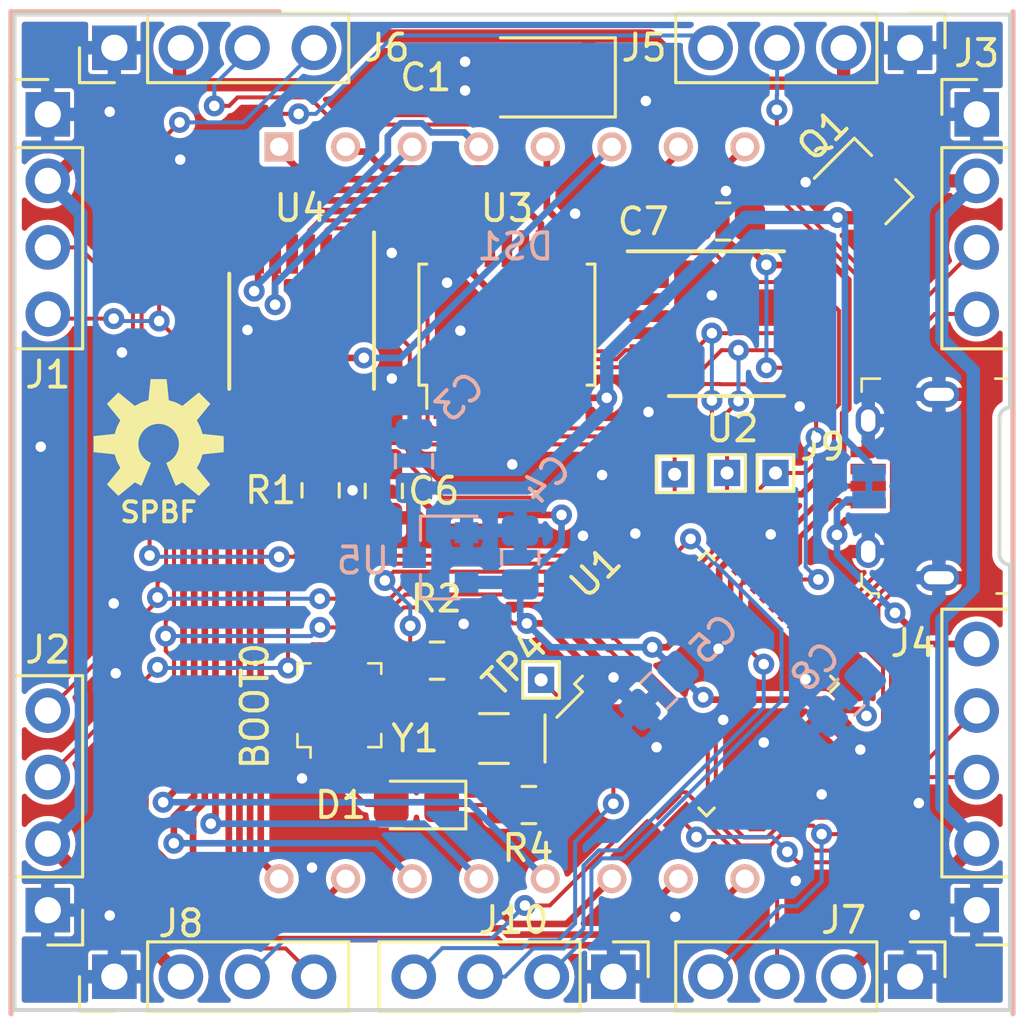
<source format=kicad_pcb>
(kicad_pcb (version 20171130) (host pcbnew 5.0.2-5.0.2)
  (layers (0 F.Cu signal) (31 B.Cu signal) (34 B.Paste user) (35 F.Paste user) (36 B.SilkS user) (37 F.SilkS user) (38 B.Mask user) (39 F.Mask user) (44 Edge.Cuts user))
  (net 0 "")
  (net 1 "Net-(U2-Pad1)")
  (net 2 "Net-(U2-Pad2)")
  (net 3 "Net-(U2-Pad3)")
  (net 4 "Net-(U2-Pad4)")
  (net 5 "Net-(U2-Pad5)")
  (net 6 "Net-(U2-Pad6)")
  (net 7 "Net-(U2-Pad7)")
  (net 8 GND)
  (net 9 "Net-(U2-Pad9)")
  (net 10 +3V3)
  (net 11 /CAT_CLK)
  (net 12 /CAT_STROBE)
  (net 13 /CAT_DATA)
  (net 14 "Net-(U2-Pad15)")
  (net 15 /COL_1)
  (net 16 /COL_2)
  (net 17 /COL_5)
  (net 18 /COL_6)
  (net 19 /COL_7)
  (net 20 "Net-(U4-Pad14)")
  (net 21 "Net-(R1-Pad1)")
  (net 22 /COL_3)
  (net 23 /COL_4)
  (net 24 /ROW_7)
  (net 25 /ROW_6)
  (net 26 /ROW_5)
  (net 27 /ROW_4)
  (net 28 /ROW_3)
  (net 29 /ROW_2)
  (net 30 /ROW_1)
  (net 31 /UART4_TX)
  (net 32 /UART4_RX)
  (net 33 /UART2_TX)
  (net 34 /UART2_RX)
  (net 35 "Net-(U1-Pad16)")
  (net 36 "Net-(U1-Pad17)")
  (net 37 "Net-(U1-Pad18)")
  (net 38 "Net-(U1-Pad19)")
  (net 39 "Net-(U1-Pad20)")
  (net 40 /UART3_TX)
  (net 41 /UART3_RX)
  (net 42 "Net-(U1-Pad25)")
  (net 43 "Net-(U1-Pad26)")
  (net 44 "Net-(U1-Pad27)")
  (net 45 "Net-(U1-Pad28)")
  (net 46 "Net-(U1-Pad29)")
  (net 47 "Net-(U1-Pad30)")
  (net 48 /SWDIO)
  (net 49 /SWCLK)
  (net 50 /UART1_TX)
  (net 51 /UART1_RX)
  (net 52 /nOE_ROW)
  (net 53 /nOE_COL)
  (net 54 +5V)
  (net 55 /USB_VBUS)
  (net 56 VCC)
  (net 57 /USB_D+)
  (net 58 /USB_D-)
  (net 59 "Net-(U1-Pad14)")
  (net 60 "Net-(U1-Pad15)")
  (net 61 /COL_8)
  (net 62 /ROW_8)
  (net 63 /nRST)
  (net 64 "Net-(D1-Pad1)")
  (net 65 /LED)
  (net 66 "Net-(J9-Pad4)")
  (net 67 /BOOT0)
  (net 68 "Net-(U1-Pad2)")
  (net 69 "Net-(U1-Pad6)")
  (net 70 /SYN_RX)
  (net 71 /SYN_TX)
  (net 72 /OSC_IN)
  (net 73 /OSC_OUT)
  (net 74 /VBAT)
  (module Connector_PinHeader_2.54mm:PinHeader_1x04_P2.54mm_Vertical (layer F.Cu) (at 150.73 67.81)
    (fp_text reference J3 (at 0 -2.33) (layer F.SilkS))
    (fp_text value Conn_01x04)
    (pad 1 thru_hole rect (at 0 0) (size 1.7 1.7) (drill 1) (layers *.Cu *.Mask) (net 8 GND))
    (pad 2 thru_hole oval (at 0 2.54) (size 1.7 1.7) (drill 1) (layers *.Cu *.Mask) (net 56 VCC))
    (pad 3 thru_hole oval (at 0 5.08) (size 1.7 1.7) (drill 1) (layers *.Cu *.Mask) (net 34 /UART2_RX))
    (pad 4 thru_hole oval (at 0 7.62) (size 1.7 1.7) (drill 1) (layers *.Cu *.Mask) (net 70 /SYN_RX))
  )
  (module Connector_PinHeader_2.54mm:PinHeader_1x05_P2.54mm_Vertical (layer F.Cu) (at 150.73 98.19 180)
    (fp_text reference J4 (at 2.43 10.19 180) (layer F.SilkS))
    (fp_text value Conn_01x05)
    (pad 1 thru_hole rect (at 0 0 180) (size 1.7 1.7) (drill 1) (layers *.Cu *.Mask) (net 8 GND))
    (pad 2 thru_hole oval (at 0 2.54 180) (size 1.7 1.7) (drill 1) (layers *.Cu *.Mask) (net 56 VCC))
    (pad 3 thru_hole oval (at 0 5.08 180) (size 1.7 1.7) (drill 1) (layers *.Cu *.Mask) (net 33 /UART2_TX))
    (pad 4 thru_hole oval (at 0 7.62 180) (size 1.7 1.7) (drill 1) (layers *.Cu *.Mask) (net 71 /SYN_TX))
    (pad 5 thru_hole oval (at 0 10.16 180) (size 1.7 1.7) (drill 1) (layers *.Cu *.Mask) (net 55 /USB_VBUS))
  )
  (module Package_SO:SSOP-18_4.4x6.5mm_P0.65mm (layer F.Cu) (at 132.796 75.838 90)
    (fp_text reference U3 (at 4.445 0 180) (layer F.SilkS))
    (fp_text value TBD62783A)
    (pad 10 smd rect (at 2.9 2.6 90) (size 1.4 0.4) (layers F.Cu F.Paste F.Mask) (net 8 GND))
    (pad 11 smd rect (at 2.9 1.95 90) (size 1.4 0.4) (layers F.Cu F.Paste F.Mask) (net 62 /ROW_8))
    (pad 12 smd rect (at 2.9 1.3 90) (size 1.4 0.4) (layers F.Cu F.Paste F.Mask) (net 24 /ROW_7))
    (pad 13 smd rect (at 2.9 0.65 90) (size 1.4 0.4) (layers F.Cu F.Paste F.Mask) (net 25 /ROW_6))
    (pad 14 smd rect (at 2.9 0 90) (size 1.4 0.4) (layers F.Cu F.Paste F.Mask) (net 26 /ROW_5))
    (pad 15 smd rect (at 2.9 -0.65 90) (size 1.4 0.4) (layers F.Cu F.Paste F.Mask) (net 27 /ROW_4))
    (pad 16 smd rect (at 2.9 -1.3 90) (size 1.4 0.4) (layers F.Cu F.Paste F.Mask) (net 28 /ROW_3))
    (pad 17 smd rect (at 2.9 -1.95 90) (size 1.4 0.4) (layers F.Cu F.Paste F.Mask) (net 29 /ROW_2))
    (pad 18 smd rect (at 2.9 -2.6 90) (size 1.4 0.4) (layers F.Cu F.Paste F.Mask) (net 30 /ROW_1))
    (pad 9 smd rect (at -2.9 2.6 90) (size 1.4 0.4) (layers F.Cu F.Paste F.Mask) (net 54 +5V))
    (pad 8 smd rect (at -2.9 1.95 90) (size 1.4 0.4) (layers F.Cu F.Paste F.Mask) (net 7 "Net-(U2-Pad7)"))
    (pad 7 smd rect (at -2.9 1.3 90) (size 1.4 0.4) (layers F.Cu F.Paste F.Mask) (net 6 "Net-(U2-Pad6)"))
    (pad 6 smd rect (at -2.9 0.65 90) (size 1.4 0.4) (layers F.Cu F.Paste F.Mask) (net 5 "Net-(U2-Pad5)"))
    (pad 5 smd rect (at -2.9 0 90) (size 1.4 0.4) (layers F.Cu F.Paste F.Mask) (net 4 "Net-(U2-Pad4)"))
    (pad 4 smd rect (at -2.9 -0.65 90) (size 1.4 0.4) (layers F.Cu F.Paste F.Mask) (net 3 "Net-(U2-Pad3)"))
    (pad 3 smd rect (at -2.9 -1.3 90) (size 1.4 0.4) (layers F.Cu F.Paste F.Mask) (net 2 "Net-(U2-Pad2)"))
    (pad 2 smd rect (at -2.9 -1.95 90) (size 1.4 0.4) (layers F.Cu F.Paste F.Mask) (net 1 "Net-(U2-Pad1)"))
    (pad 1 smd rect (at -2.9 -2.6 90) (size 1.4 0.4) (layers F.Cu F.Paste F.Mask) (net 14 "Net-(U2-Pad15)"))
  )
  (module TestPoint:TestPoint_THTPad_1.0x1.0mm_Drill0.5mm (layer F.Cu) (at 134.1 89.4)
    (fp_text reference TP4 (at -1 -0.6 45) (layer F.SilkS))
    (fp_text value TestPoint)
    (pad 1 thru_hole rect (at 0 0) (size 1 1) (drill 0.5) (layers *.Cu *.Mask) (net 74 /VBAT))
  )
  (module TC15-11SRWA:DIPS2794W50P254L3800H1065Q16N (layer B.Cu) (at 124.1 69.05 270)
    (fp_text reference DS1 (at 3.81 -9.017) (layer B.SilkS) (effects (justify mirror)))
    (fp_text value LDM-1588BS hide)
    (pad 16 thru_hole circle (at 27.94 0 180) (size 1.1 1.1) (drill 0.7) (layers *.Cu *.Mask B.SilkS) (net 61 /COL_8))
    (pad 15 thru_hole circle (at 27.94 -2.54 180) (size 1.1 1.1) (drill 0.7) (layers *.Cu *.Mask B.SilkS) (net 19 /COL_7))
    (pad 14 thru_hole circle (at 27.94 -5.08 180) (size 1.1 1.1) (drill 0.7) (layers *.Cu *.Mask B.SilkS) (net 29 /ROW_2))
    (pad 13 thru_hole circle (at 27.94 -7.62 180) (size 1.1 1.1) (drill 0.7) (layers *.Cu *.Mask B.SilkS) (net 15 /COL_1))
    (pad 12 thru_hole circle (at 27.94 -10.16 180) (size 1.1 1.1) (drill 0.7) (layers *.Cu *.Mask B.SilkS) (net 27 /ROW_4))
    (pad 11 thru_hole circle (at 27.94 -12.7 180) (size 1.1 1.1) (drill 0.7) (layers *.Cu *.Mask B.SilkS) (net 18 /COL_6))
    (pad 10 thru_hole circle (at 27.94 -15.24 180) (size 1.1 1.1) (drill 0.7) (layers *.Cu *.Mask B.SilkS) (net 23 /COL_4))
    (pad 9 thru_hole circle (at 27.94 -17.78 180) (size 1.1 1.1) (drill 0.7) (layers *.Cu *.Mask B.SilkS) (net 30 /ROW_1))
    (pad 8 thru_hole circle (at 0 -17.78 180) (size 1.1 1.1) (drill 0.7) (layers *.Cu *.Mask B.SilkS) (net 28 /ROW_3))
    (pad 7 thru_hole circle (at 0 -15.24 180) (size 1.1 1.1) (drill 0.7) (layers *.Cu *.Mask B.SilkS) (net 25 /ROW_6))
    (pad 6 thru_hole circle (at 0 -12.7 180) (size 1.1 1.1) (drill 0.7) (layers *.Cu *.Mask B.SilkS) (net 17 /COL_5))
    (pad 5 thru_hole circle (at 0 -10.16 180) (size 1.1 1.1) (drill 0.7) (layers *.Cu *.Mask B.SilkS) (net 62 /ROW_8))
    (pad 4 thru_hole circle (at 0 -7.62 180) (size 1.1 1.1) (drill 0.7) (layers *.Cu *.Mask B.SilkS) (net 22 /COL_3))
    (pad 3 thru_hole circle (at 0 -5.08 180) (size 1.1 1.1) (drill 0.7) (layers *.Cu *.Mask B.SilkS) (net 16 /COL_2))
    (pad 2 thru_hole circle (at 0 -2.54 180) (size 1.1 1.1) (drill 0.7) (layers *.Cu *.Mask B.SilkS) (net 24 /ROW_7))
    (pad 1 thru_hole rect (at 0 0 180) (size 1.1 1.1) (drill 0.7) (layers *.Cu *.Mask B.SilkS) (net 26 /ROW_5))
  )
  (module digikey-footprints:Switch_Tactile_SMD_B3U-1000P (layer F.Cu) (at 126.4 90.3668 90)
    (fp_text reference BOOT0 (at -0.0332 -3.2238 270) (layer F.SilkS))
    (fp_text value B3U-1000P)
    (pad 1 smd rect (at -1.7 0 90) (size 0.8 1.7) (layers F.Cu F.Paste F.Mask) (net 10 +3V3))
    (pad 2 smd rect (at 1.7 0 90) (size 0.8 1.7) (layers F.Cu F.Paste F.Mask) (net 67 /BOOT0))
  )
  (module Crystal:Crystal_SMD_MicroCrystal_CC7V-T1A-2Pin_3.2x1.5mm (layer F.Cu) (at 132.3 91.6368 180)
    (fp_text reference Y1 (at 3.0076 0 180) (layer F.SilkS))
    (fp_text value ABS07-120-32.768KHZ-Z)
    (pad 1 smd rect (at -1.25 0 180) (size 1 1.8) (layers F.Cu F.Paste F.Mask) (net 72 /OSC_IN))
    (pad 2 smd rect (at 1.25 0 180) (size 1 1.8) (layers F.Cu F.Paste F.Mask) (net 73 /OSC_OUT))
  )
  (module Resistor_SMD:R_0805_2012Metric_Pad1.15x1.40mm_HandSolder (layer F.Cu) (at 133.6342 94.1768)
    (fp_text reference R4 (at -0.035131 1.649238 -180) (layer F.SilkS))
    (fp_text value 680R)
    (pad 1 smd roundrect (at -1.024999 0) (size 1.15 1.4) (layers F.Cu F.Paste F.Mask) (roundrect_rratio 0.217391) (net 64 "Net-(D1-Pad1)"))
    (pad 2 smd roundrect (at 1.024999 0) (size 1.15 1.4) (layers F.Cu F.Paste F.Mask) (roundrect_rratio 0.217391) (net 65 /LED))
  )
  (module Capacitor_Tantalum_SMD:CP_EIA-3528-15_AVX-H_Pad1.50x2.35mm_HandSolder (layer F.Cu) (at 134.3 66.4 180)
    (fp_text reference C1 (at 4.6 0 180) (layer F.SilkS))
    (fp_text value 22µF)
    (pad 1 smd roundrect (at -1.625 0 180) (size 1.5 2.35) (layers F.Cu F.Paste F.Mask) (roundrect_rratio 0.166667) (net 56 VCC))
    (pad 2 smd roundrect (at 1.625 0 180) (size 1.5 2.35) (layers F.Cu F.Paste F.Mask) (roundrect_rratio 0.166667) (net 8 GND))
  )
  (module TestPoint:TestPoint_THTPad_1.0x1.0mm_Drill0.5mm (layer F.Cu) (at 141.2 81.5)
    (fp_text reference TP1 hide)
    (fp_text value TestPoint hide)
    (pad 1 thru_hole rect (at 0 0) (size 1 1) (drill 0.5) (layers *.Cu *.Mask) (net 11 /CAT_CLK))
  )
  (module TestPoint:TestPoint_THTPad_1.0x1.0mm_Drill0.5mm (layer F.Cu) (at 143.05 81.5)
    (fp_text reference TP3 hide)
    (fp_text value TestPoint hide)
    (pad 1 thru_hole rect (at 0 0) (size 1 1) (drill 0.5) (layers *.Cu *.Mask) (net 13 /CAT_DATA))
  )
  (module TestPoint:TestPoint_THTPad_1.0x1.0mm_Drill0.5mm (layer F.Cu) (at 139.2 81.55)
    (fp_text reference TP2 hide)
    (fp_text value TestPoint hide)
    (pad 1 thru_hole rect (at 0 0) (size 1 1) (drill 0.5) (layers *.Cu *.Mask) (net 12 /CAT_STROBE))
  )
  (module Aesthetics:OSHW-LOGO-M (layer F.Cu) (at 119.5 80.4)
    (fp_text reference LOGO1 hide)
    (fp_text value OSHW-LOGOM hide)
  )
  (module digikey-footprints:USB_Micro_B_Female_10118194-0001LF (layer F.Cu) (at 146.5882 82 90)
    (fp_text reference J9 (at 1.5 -1.7382 180) (layer F.SilkS))
    (fp_text value 10118194-0001LF)
    (pad 3 smd rect (at 0 0 90) (size 0.4 1.35) (layers F.Cu F.Paste F.Mask) (net 57 /USB_D+))
    (pad 4 smd rect (at 0.65 0 90) (size 0.4 1.35) (layers F.Cu F.Paste F.Mask) (net 66 "Net-(J9-Pad4)"))
    (pad 5 smd rect (at 1.3 0 90) (size 0.4 1.35) (layers F.Cu F.Paste F.Mask) (net 8 GND))
    (pad 2 smd rect (at -0.65 0 90) (size 0.4 1.35) (layers F.Cu F.Paste F.Mask) (net 58 /USB_D-))
    (pad 1 smd rect (at -1.3 0 90) (size 0.4 1.35) (layers F.Cu F.Paste F.Mask) (net 55 /USB_VBUS))
    (pad SH thru_hole oval (at 2.5 0 90) (size 1.25 0.95) (drill oval 0.85 0.55) (layers *.Cu *.Mask) (net 8 GND))
    (pad SH thru_hole oval (at -2.5 0 90) (size 1.25 0.95) (drill oval 0.85 0.55) (layers *.Cu *.Mask) (net 8 GND))
    (pad SH thru_hole oval (at -3.5 2.7 90) (size 1 1.55) (drill oval 0.5 1.15) (layers *.Cu *.Mask) (net 8 GND))
    (pad SH thru_hole oval (at 3.5 2.7 90) (size 1 1.55) (drill oval 0.5 1.15) (layers *.Cu *.Mask) (net 8 GND))
  )
  (module Connector_PinHeader_2.54mm:PinHeader_1x04_P2.54mm_Vertical (layer F.Cu) (at 136.86 100.73 270)
    (fp_text reference J10 (at -2.159 3.81) (layer F.SilkS))
    (fp_text value Conn_01x04)
    (pad 1 thru_hole rect (at 0 0 270) (size 1.7 1.7) (drill 1) (layers *.Cu *.Mask) (net 8 GND))
    (pad 2 thru_hole oval (at 0 2.54 270) (size 1.7 1.7) (drill 1) (layers *.Cu *.Mask) (net 49 /SWCLK))
    (pad 3 thru_hole oval (at 0 5.08 270) (size 1.7 1.7) (drill 1) (layers *.Cu *.Mask) (net 48 /SWDIO))
    (pad 4 thru_hole oval (at 0 7.62 270) (size 1.7 1.7) (drill 1) (layers *.Cu *.Mask) (net 63 /nRST))
  )
  (module Resistor_SMD:R_0805_2012Metric_Pad1.15x1.40mm_HandSolder (layer F.Cu) (at 130.129 88.665)
    (fp_text reference R2 (at -0.029 -2.365) (layer F.SilkS))
    (fp_text value 1k)
    (pad 1 smd roundrect (at -1.025 0) (size 1.15 1.4) (layers F.Cu F.Paste F.Mask) (roundrect_rratio 0.217391) (net 67 /BOOT0))
    (pad 2 smd roundrect (at 1.025 0) (size 1.15 1.4) (layers F.Cu F.Paste F.Mask) (roundrect_rratio 0.217391) (net 8 GND))
  )
  (module Capacitor_SMD:C_0805_2012Metric_Pad1.15x1.40mm_HandSolder (layer B.Cu) (at 138.600784 89.808 225)
    (fp_text reference C5 (at -2.868885 -0.099855 225) (layer B.SilkS) (effects (justify mirror)))
    (fp_text value 100n)
    (pad 2 smd roundrect (at 1.024999 0 225) (size 1.15 1.4) (layers B.Cu B.Paste B.Mask) (roundrect_rratio 0.217391) (net 8 GND))
    (pad 1 smd roundrect (at -1.024999 0 225) (size 1.15 1.4) (layers B.Cu B.Paste B.Mask) (roundrect_rratio 0.217391) (net 10 +3V3))
  )
  (module Capacitor_SMD:C_0805_2012Metric_Pad1.15x1.40mm_HandSolder (layer F.Cu) (at 128.097 82.188 270)
    (fp_text reference C6 (at 0 -1.905) (layer F.SilkS))
    (fp_text value 100n)
    (pad 1 smd roundrect (at -1.025 0 270) (size 1.15 1.4) (layers F.Cu F.Paste F.Mask) (roundrect_rratio 0.217391) (net 10 +3V3))
    (pad 2 smd roundrect (at 1.025 0 270) (size 1.15 1.4) (layers F.Cu F.Paste F.Mask) (roundrect_rratio 0.217391) (net 8 GND))
  )
  (module Capacitor_SMD:C_0805_2012Metric_Pad1.15x1.40mm_HandSolder (layer F.Cu) (at 141.051 71.901 180)
    (fp_text reference C7 (at 3.048 0 180) (layer F.SilkS))
    (fp_text value 100n)
    (pad 1 smd roundrect (at -1.024999 0 180) (size 1.15 1.4) (layers F.Cu F.Paste F.Mask) (roundrect_rratio 0.217391) (net 10 +3V3))
    (pad 2 smd roundrect (at 1.024999 0 180) (size 1.15 1.4) (layers F.Cu F.Paste F.Mask) (roundrect_rratio 0.217391) (net 8 GND))
  )
  (module Capacitor_SMD:C_0805_2012Metric_Pad1.15x1.40mm_HandSolder (layer B.Cu) (at 145.75 90.062 225)
    (fp_text reference C8 (at 0 1.65 225) (layer B.SilkS) (effects (justify mirror)))
    (fp_text value 100n)
    (pad 2 smd roundrect (at 1.024999 0 225) (size 1.15 1.4) (layers B.Cu B.Paste B.Mask) (roundrect_rratio 0.217391) (net 8 GND))
    (pad 1 smd roundrect (at -1.024999 0 225) (size 1.15 1.4) (layers B.Cu B.Paste B.Mask) (roundrect_rratio 0.217391) (net 10 +3V3))
  )
  (module Jumpers:SMT-JUMPER_2_NC_TRACE_NO-SILK (layer B.Cu) (at 146.6152 82.0102 90)
    (fp_text reference JP1 hide)
    (fp_text value Jumper hide)
    (fp_line (start -0.508 0) (end 0.508 0) (layer B.Cu) (width 0.254))
    (pad 1 smd rect (at -0.508 0 90) (size 0.635 1.27) (layers B.Cu B.Mask) (net 55 /USB_VBUS))
    (pad 2 smd rect (at 0.508 0 90) (size 0.635 1.27) (layers B.Cu B.Mask) (net 54 +5V))
  )
  (module LED_SMD:LED_0805_2012Metric_Castellated (layer F.Cu) (at 129.3432 94.1768 180)
    (fp_text reference D1 (at 2.8956 0) (layer F.SilkS))
    (fp_text value SM0805HCL)
    (pad 1 smd roundrect (at -0.9625 0 180) (size 1.325 1.3) (layers F.Cu F.Paste F.Mask) (roundrect_rratio 0.192308) (net 64 "Net-(D1-Pad1)"))
    (pad 2 smd roundrect (at 0.9625 0 180) (size 1.325 1.3) (layers F.Cu F.Paste F.Mask) (roundrect_rratio 0.192308) (net 10 +3V3))
  )
  (module Package_QFP:LQFP-48_7x7mm_P0.5mm (layer F.Cu) (at 140.416 89.554 45)
    (fp_text reference U1 (at 0 -6 45) (layer F.SilkS))
    (fp_text value STM32F072CBTx)
    (pad 1 smd rect (at -4.35 -2.75 45) (size 1.3 0.25) (layers F.Cu F.Paste F.Mask) (net 74 /VBAT))
    (pad 2 smd rect (at -4.35 -2.25 45) (size 1.3 0.25) (layers F.Cu F.Paste F.Mask) (net 68 "Net-(U1-Pad2)"))
    (pad 3 smd rect (at -4.35 -1.749999 45) (size 1.3 0.25) (layers F.Cu F.Paste F.Mask) (net 72 /OSC_IN))
    (pad 4 smd rect (at -4.35 -1.25 45) (size 1.3 0.25) (layers F.Cu F.Paste F.Mask) (net 73 /OSC_OUT))
    (pad 5 smd rect (at -4.35 -0.750001 45) (size 1.3 0.25) (layers F.Cu F.Paste F.Mask) (net 65 /LED))
    (pad 6 smd rect (at -4.35 -0.25 45) (size 1.3 0.25) (layers F.Cu F.Paste F.Mask) (net 69 "Net-(U1-Pad6)"))
    (pad 7 smd rect (at -4.35 0.25 45) (size 1.3 0.25) (layers F.Cu F.Paste F.Mask) (net 63 /nRST))
    (pad 8 smd rect (at -4.35 0.750001 45) (size 1.3 0.25) (layers F.Cu F.Paste F.Mask) (net 8 GND))
    (pad 9 smd rect (at -4.35 1.25 45) (size 1.3 0.25) (layers F.Cu F.Paste F.Mask) (net 10 +3V3))
    (pad 10 smd rect (at -4.35 1.749999 45) (size 1.3 0.25) (layers F.Cu F.Paste F.Mask) (net 31 /UART4_TX))
    (pad 11 smd rect (at -4.35 2.25 45) (size 1.3 0.25) (layers F.Cu F.Paste F.Mask) (net 32 /UART4_RX))
    (pad 12 smd rect (at -4.35 2.75 45) (size 1.3 0.25) (layers F.Cu F.Paste F.Mask) (net 33 /UART2_TX))
    (pad 13 smd rect (at -2.75 4.35 135) (size 1.3 0.25) (layers F.Cu F.Paste F.Mask) (net 34 /UART2_RX))
    (pad 14 smd rect (at -2.25 4.35 135) (size 1.3 0.25) (layers F.Cu F.Paste F.Mask) (net 59 "Net-(U1-Pad14)"))
    (pad 15 smd rect (at -1.749999 4.35 135) (size 1.3 0.25) (layers F.Cu F.Paste F.Mask) (net 60 "Net-(U1-Pad15)"))
    (pad 16 smd rect (at -1.25 4.35 135) (size 1.3 0.25) (layers F.Cu F.Paste F.Mask) (net 35 "Net-(U1-Pad16)"))
    (pad 17 smd rect (at -0.750001 4.35 135) (size 1.3 0.25) (layers F.Cu F.Paste F.Mask) (net 36 "Net-(U1-Pad17)"))
    (pad 18 smd rect (at -0.25 4.35 135) (size 1.3 0.25) (layers F.Cu F.Paste F.Mask) (net 37 "Net-(U1-Pad18)"))
    (pad 19 smd rect (at 0.25 4.35 135) (size 1.3 0.25) (layers F.Cu F.Paste F.Mask) (net 38 "Net-(U1-Pad19)"))
    (pad 20 smd rect (at 0.750001 4.35 135) (size 1.3 0.25) (layers F.Cu F.Paste F.Mask) (net 39 "Net-(U1-Pad20)"))
    (pad 21 smd rect (at 1.25 4.35 135) (size 1.3 0.25) (layers F.Cu F.Paste F.Mask) (net 40 /UART3_TX))
    (pad 22 smd rect (at 1.749999 4.35 135) (size 1.3 0.25) (layers F.Cu F.Paste F.Mask) (net 41 /UART3_RX))
    (pad 23 smd rect (at 2.25 4.35 135) (size 1.3 0.25) (layers F.Cu F.Paste F.Mask) (net 8 GND))
    (pad 24 smd rect (at 2.75 4.35 135) (size 1.3 0.25) (layers F.Cu F.Paste F.Mask) (net 10 +3V3))
    (pad 25 smd rect (at 4.35 2.75 45) (size 1.3 0.25) (layers F.Cu F.Paste F.Mask) (net 42 "Net-(U1-Pad25)"))
    (pad 26 smd rect (at 4.35 2.25 45) (size 1.3 0.25) (layers F.Cu F.Paste F.Mask) (net 43 "Net-(U1-Pad26)"))
    (pad 27 smd rect (at 4.35 1.749999 45) (size 1.3 0.25) (layers F.Cu F.Paste F.Mask) (net 44 "Net-(U1-Pad27)"))
    (pad 28 smd rect (at 4.35 1.25 45) (size 1.3 0.25) (layers F.Cu F.Paste F.Mask) (net 45 "Net-(U1-Pad28)"))
    (pad 29 smd rect (at 4.35 0.750001 45) (size 1.3 0.25) (layers F.Cu F.Paste F.Mask) (net 46 "Net-(U1-Pad29)"))
    (pad 30 smd rect (at 4.35 0.25 45) (size 1.3 0.25) (layers F.Cu F.Paste F.Mask) (net 47 "Net-(U1-Pad30)"))
    (pad 31 smd rect (at 4.35 -0.25 45) (size 1.3 0.25) (layers F.Cu F.Paste F.Mask) (net 52 /nOE_ROW))
    (pad 32 smd rect (at 4.35 -0.750001 45) (size 1.3 0.25) (layers F.Cu F.Paste F.Mask) (net 58 /USB_D-))
    (pad 33 smd rect (at 4.35 -1.25 45) (size 1.3 0.25) (layers F.Cu F.Paste F.Mask) (net 57 /USB_D+))
    (pad 34 smd rect (at 4.35 -1.749999 45) (size 1.3 0.25) (layers F.Cu F.Paste F.Mask) (net 48 /SWDIO))
    (pad 35 smd rect (at 4.35 -2.25 45) (size 1.3 0.25) (layers F.Cu F.Paste F.Mask) (net 8 GND))
    (pad 36 smd rect (at 4.35 -2.75 45) (size 1.3 0.25) (layers F.Cu F.Paste F.Mask) (net 10 +3V3))
    (pad 37 smd rect (at 2.75 -4.35 135) (size 1.3 0.25) (layers F.Cu F.Paste F.Mask) (net 49 /SWCLK))
    (pad 38 smd rect (at 2.25 -4.35 135) (size 1.3 0.25) (layers F.Cu F.Paste F.Mask) (net 12 /CAT_STROBE))
    (pad 39 smd rect (at 1.749999 -4.35 135) (size 1.3 0.25) (layers F.Cu F.Paste F.Mask) (net 11 /CAT_CLK))
    (pad 40 smd rect (at 1.25 -4.35 135) (size 1.3 0.25) (layers F.Cu F.Paste F.Mask) (net 53 /nOE_COL))
    (pad 41 smd rect (at 0.750001 -4.35 135) (size 1.3 0.25) (layers F.Cu F.Paste F.Mask) (net 13 /CAT_DATA))
    (pad 42 smd rect (at 0.25 -4.35 135) (size 1.3 0.25) (layers F.Cu F.Paste F.Mask) (net 50 /UART1_TX))
    (pad 43 smd rect (at -0.25 -4.35 135) (size 1.3 0.25) (layers F.Cu F.Paste F.Mask) (net 51 /UART1_RX))
    (pad 44 smd rect (at -0.750001 -4.35 135) (size 1.3 0.25) (layers F.Cu F.Paste F.Mask) (net 67 /BOOT0))
    (pad 45 smd rect (at -1.25 -4.35 135) (size 1.3 0.25) (layers F.Cu F.Paste F.Mask) (net 70 /SYN_RX))
    (pad 46 smd rect (at -1.749999 -4.35 135) (size 1.3 0.25) (layers F.Cu F.Paste F.Mask) (net 71 /SYN_TX))
    (pad 47 smd rect (at -2.25 -4.35 135) (size 1.3 0.25) (layers F.Cu F.Paste F.Mask) (net 8 GND))
    (pad 48 smd rect (at -2.75 -4.35 135) (size 1.3 0.25) (layers F.Cu F.Paste F.Mask) (net 10 +3V3))
  )
  (module Package_TO_SOT_SMD:SOT-23 (layer F.Cu) (at 146.639 70.377 45)
    (fp_text reference Q1 (at 0 -2.5 45) (layer F.SilkS))
    (fp_text value IRLML6402)
    (pad 1 smd rect (at -1 -0.95 45) (size 0.9 0.8) (layers F.Cu F.Paste F.Mask) (net 8 GND))
    (pad 2 smd rect (at -1 0.95 45) (size 0.9 0.8) (layers F.Cu F.Paste F.Mask) (net 54 +5V))
    (pad 3 smd rect (at 1 0 45) (size 0.9 0.8) (layers F.Cu F.Paste F.Mask) (net 56 VCC))
  )
  (module Capacitor_SMD:C_0805_2012Metric_Pad1.15x1.40mm_HandSolder (layer B.Cu) (at 129.25 81.05 90)
    (fp_text reference C3 (at 2.45 1.75 45) (layer B.SilkS) (effects (justify mirror)))
    (fp_text value 4.7u)
    (pad 2 smd roundrect (at 1.025 0 90) (size 1.15 1.4) (layers B.Cu B.Paste B.Mask) (roundrect_rratio 0.217391) (net 8 GND))
    (pad 1 smd roundrect (at -1.025 0 90) (size 1.15 1.4) (layers B.Cu B.Paste B.Mask) (roundrect_rratio 0.217391) (net 54 +5V))
  )
  (module Capacitor_SMD:C_0805_2012Metric_Pad1.15x1.40mm_HandSolder (layer B.Cu) (at 133.304 84.728 90)
    (fp_text reference C4 (at 2.978 0.996 225) (layer B.SilkS) (effects (justify mirror)))
    (fp_text value 4.7u)
    (pad 1 smd roundrect (at -1.025 0 90) (size 1.15 1.4) (layers B.Cu B.Paste B.Mask) (roundrect_rratio 0.217391) (net 10 +3V3))
    (pad 2 smd roundrect (at 1.025 0 90) (size 1.15 1.4) (layers B.Cu B.Paste B.Mask) (roundrect_rratio 0.217391) (net 8 GND))
  )
  (module Package_SO:TSSOP-16_4.4x5mm_P0.65mm (layer F.Cu) (at 124.922 76.092 270)
    (fp_text reference U4 (at -4.699 0) (layer F.SilkS))
    (fp_text value TLC5916ID)
    (pad 1 smd rect (at -2.95 -2.275 270) (size 1.5 0.45) (layers F.Cu F.Paste F.Mask) (net 8 GND))
    (pad 2 smd rect (at -2.95 -1.625 270) (size 1.5 0.45) (layers F.Cu F.Paste F.Mask) (net 9 "Net-(U2-Pad9)"))
    (pad 3 smd rect (at -2.95 -0.975 270) (size 1.5 0.45) (layers F.Cu F.Paste F.Mask) (net 11 /CAT_CLK))
    (pad 4 smd rect (at -2.95 -0.325 270) (size 1.5 0.45) (layers F.Cu F.Paste F.Mask) (net 12 /CAT_STROBE))
    (pad 5 smd rect (at -2.95 0.325 270) (size 1.5 0.45) (layers F.Cu F.Paste F.Mask) (net 15 /COL_1))
    (pad 6 smd rect (at -2.95 0.975 270) (size 1.5 0.45) (layers F.Cu F.Paste F.Mask) (net 16 /COL_2))
    (pad 7 smd rect (at -2.95 1.625 270) (size 1.5 0.45) (layers F.Cu F.Paste F.Mask) (net 22 /COL_3))
    (pad 8 smd rect (at -2.95 2.275 270) (size 1.5 0.45) (layers F.Cu F.Paste F.Mask) (net 23 /COL_4))
    (pad 9 smd rect (at 2.95 2.275 270) (size 1.5 0.45) (layers F.Cu F.Paste F.Mask) (net 17 /COL_5))
    (pad 10 smd rect (at 2.95 1.625 270) (size 1.5 0.45) (layers F.Cu F.Paste F.Mask) (net 18 /COL_6))
    (pad 11 smd rect (at 2.95 0.975 270) (size 1.5 0.45) (layers F.Cu F.Paste F.Mask) (net 19 /COL_7))
    (pad 12 smd rect (at 2.95 0.325 270) (size 1.5 0.45) (layers F.Cu F.Paste F.Mask) (net 61 /COL_8))
    (pad 13 smd rect (at 2.95 -0.325 270) (size 1.5 0.45) (layers F.Cu F.Paste F.Mask) (net 53 /nOE_COL))
    (pad 14 smd rect (at 2.95 -0.975 270) (size 1.5 0.45) (layers F.Cu F.Paste F.Mask) (net 20 "Net-(U4-Pad14)"))
    (pad 15 smd rect (at 2.95 -1.625 270) (size 1.5 0.45) (layers F.Cu F.Paste F.Mask) (net 21 "Net-(R1-Pad1)"))
    (pad 16 smd rect (at 2.95 -2.275 270) (size 1.5 0.45) (layers F.Cu F.Paste F.Mask) (net 10 +3V3))
  )
  (module Package_SO:TSSOP-16_4.4x5mm_P0.65mm (layer F.Cu) (at 141.178 75.838)
    (fp_text reference U2 (at 0.222 3.962) (layer F.SilkS))
    (fp_text value 74HC595D_118)
    (pad 16 smd rect (at 2.95 -2.275) (size 1.5 0.45) (layers F.Cu F.Paste F.Mask) (net 10 +3V3))
    (pad 15 smd rect (at 2.95 -1.625) (size 1.5 0.45) (layers F.Cu F.Paste F.Mask) (net 14 "Net-(U2-Pad15)"))
    (pad 14 smd rect (at 2.95 -0.975) (size 1.5 0.45) (layers F.Cu F.Paste F.Mask) (net 13 /CAT_DATA))
    (pad 13 smd rect (at 2.95 -0.325) (size 1.5 0.45) (layers F.Cu F.Paste F.Mask) (net 52 /nOE_ROW))
    (pad 12 smd rect (at 2.95 0.325) (size 1.5 0.45) (layers F.Cu F.Paste F.Mask) (net 12 /CAT_STROBE))
    (pad 11 smd rect (at 2.95 0.975) (size 1.5 0.45) (layers F.Cu F.Paste F.Mask) (net 11 /CAT_CLK))
    (pad 10 smd rect (at 2.95 1.625) (size 1.5 0.45) (layers F.Cu F.Paste F.Mask) (net 10 +3V3))
    (pad 9 smd rect (at 2.95 2.275) (size 1.5 0.45) (layers F.Cu F.Paste F.Mask) (net 9 "Net-(U2-Pad9)"))
    (pad 8 smd rect (at -2.95 2.275) (size 1.5 0.45) (layers F.Cu F.Paste F.Mask) (net 8 GND))
    (pad 7 smd rect (at -2.95 1.625) (size 1.5 0.45) (layers F.Cu F.Paste F.Mask) (net 7 "Net-(U2-Pad7)"))
    (pad 6 smd rect (at -2.95 0.975) (size 1.5 0.45) (layers F.Cu F.Paste F.Mask) (net 6 "Net-(U2-Pad6)"))
    (pad 5 smd rect (at -2.95 0.325) (size 1.5 0.45) (layers F.Cu F.Paste F.Mask) (net 5 "Net-(U2-Pad5)"))
    (pad 4 smd rect (at -2.95 -0.325) (size 1.5 0.45) (layers F.Cu F.Paste F.Mask) (net 4 "Net-(U2-Pad4)"))
    (pad 3 smd rect (at -2.95 -0.975) (size 1.5 0.45) (layers F.Cu F.Paste F.Mask) (net 3 "Net-(U2-Pad3)"))
    (pad 2 smd rect (at -2.95 -1.625) (size 1.5 0.45) (layers F.Cu F.Paste F.Mask) (net 2 "Net-(U2-Pad2)"))
    (pad 1 smd rect (at -2.95 -2.275) (size 1.5 0.45) (layers F.Cu F.Paste F.Mask) (net 1 "Net-(U2-Pad1)"))
  )
  (module Package_TO_SOT_SMD:SOT-23 (layer B.Cu) (at 130.256 84.728 180)
    (fp_text reference U5 (at 2.956 -0.122 180) (layer B.SilkS) (effects (justify mirror)))
    (fp_text value MCP1703A-3302_SOT23)
    (pad 1 smd rect (at -1 0.95 180) (size 0.9 0.8) (layers B.Cu B.Paste B.Mask) (net 8 GND))
    (pad 2 smd rect (at -1 -0.95 180) (size 0.9 0.8) (layers B.Cu B.Paste B.Mask) (net 10 +3V3))
    (pad 3 smd rect (at 1 0 180) (size 0.9 0.8) (layers B.Cu B.Paste B.Mask) (net 54 +5V))
  )
  (module Connector_PinHeader_2.54mm:PinHeader_1x04_P2.54mm_Vertical (layer F.Cu) (at 148.19 100.73 270)
    (fp_text reference J7 (at -2.159 2.54) (layer F.SilkS))
    (fp_text value Conn_01x04)
    (pad 4 thru_hole oval (at 0 7.62 270) (size 1.7 1.7) (drill 1) (layers *.Cu *.Mask) (net 70 /SYN_RX))
    (pad 3 thru_hole oval (at 0 5.08 270) (size 1.7 1.7) (drill 1) (layers *.Cu *.Mask) (net 32 /UART4_RX))
    (pad 2 thru_hole oval (at 0 2.54 270) (size 1.7 1.7) (drill 1) (layers *.Cu *.Mask) (net 56 VCC))
    (pad 1 thru_hole rect (at 0 0 270) (size 1.7 1.7) (drill 1) (layers *.Cu *.Mask) (net 8 GND))
  )
  (module Connector_PinHeader_2.54mm:PinHeader_1x04_P2.54mm_Vertical (layer F.Cu) (at 117.81 65.27 90)
    (fp_text reference J6 (at 0 10.414 180) (layer F.SilkS))
    (fp_text value Conn_01x04)
    (pad 1 thru_hole rect (at 0 0 90) (size 1.7 1.7) (drill 1) (layers *.Cu *.Mask) (net 8 GND))
    (pad 2 thru_hole oval (at 0 2.54 90) (size 1.7 1.7) (drill 1) (layers *.Cu *.Mask) (net 56 VCC))
    (pad 3 thru_hole oval (at 0 5.08 90) (size 1.7 1.7) (drill 1) (layers *.Cu *.Mask) (net 41 /UART3_RX))
    (pad 4 thru_hole oval (at 0 7.62 90) (size 1.7 1.7) (drill 1) (layers *.Cu *.Mask) (net 70 /SYN_RX))
  )
  (module Connector_PinHeader_2.54mm:PinHeader_1x04_P2.54mm_Vertical (layer F.Cu) (at 148.19 65.27 270)
    (fp_text reference J5 (at 0 10.16) (layer F.SilkS))
    (fp_text value Conn_01x04)
    (pad 4 thru_hole oval (at 0 7.62 270) (size 1.7 1.7) (drill 1) (layers *.Cu *.Mask) (net 71 /SYN_TX))
    (pad 3 thru_hole oval (at 0 5.08 270) (size 1.7 1.7) (drill 1) (layers *.Cu *.Mask) (net 40 /UART3_TX))
    (pad 2 thru_hole oval (at 0 2.54 270) (size 1.7 1.7) (drill 1) (layers *.Cu *.Mask) (net 56 VCC))
    (pad 1 thru_hole rect (at 0 0 270) (size 1.7 1.7) (drill 1) (layers *.Cu *.Mask) (net 8 GND))
  )
  (module Connector_PinHeader_2.54mm:PinHeader_1x04_P2.54mm_Vertical (layer F.Cu) (at 117.81 100.73 90)
    (fp_text reference J8 (at 2.032 2.54 180) (layer F.SilkS))
    (fp_text value Conn_01x04)
    (pad 1 thru_hole rect (at 0 0 90) (size 1.7 1.7) (drill 1) (layers *.Cu *.Mask) (net 8 GND))
    (pad 2 thru_hole oval (at 0 2.54 90) (size 1.7 1.7) (drill 1) (layers *.Cu *.Mask) (net 56 VCC))
    (pad 3 thru_hole oval (at 0 5.08 90) (size 1.7 1.7) (drill 1) (layers *.Cu *.Mask) (net 31 /UART4_TX))
    (pad 4 thru_hole oval (at 0 7.62 90) (size 1.7 1.7) (drill 1) (layers *.Cu *.Mask) (net 71 /SYN_TX))
  )
  (module Connector_PinHeader_2.54mm:PinHeader_1x04_P2.54mm_Vertical (layer F.Cu) (at 115.27 98.19 180)
    (fp_text reference J2 (at 0 9.94 180) (layer F.SilkS))
    (fp_text value Conn_01x04)
    (pad 4 thru_hole oval (at 0 7.62 180) (size 1.7 1.7) (drill 1) (layers *.Cu *.Mask) (net 70 /SYN_RX))
    (pad 3 thru_hole oval (at 0 5.08 180) (size 1.7 1.7) (drill 1) (layers *.Cu *.Mask) (net 51 /UART1_RX))
    (pad 2 thru_hole oval (at 0 2.54 180) (size 1.7 1.7) (drill 1) (layers *.Cu *.Mask) (net 56 VCC))
    (pad 1 thru_hole rect (at 0 0 180) (size 1.7 1.7) (drill 1) (layers *.Cu *.Mask) (net 8 GND))
  )
  (module Connector_PinHeader_2.54mm:PinHeader_1x04_P2.54mm_Vertical (layer F.Cu) (at 115.27 67.81)
    (fp_text reference J1 (at 0 9.94) (layer F.SilkS))
    (fp_text value Conn_01x04)
    (pad 1 thru_hole rect (at 0 0) (size 1.7 1.7) (drill 1) (layers *.Cu *.Mask) (net 8 GND))
    (pad 2 thru_hole oval (at 0 2.54) (size 1.7 1.7) (drill 1) (layers *.Cu *.Mask) (net 56 VCC))
    (pad 3 thru_hole oval (at 0 5.08) (size 1.7 1.7) (drill 1) (layers *.Cu *.Mask) (net 50 /UART1_TX))
    (pad 4 thru_hole oval (at 0 7.62) (size 1.7 1.7) (drill 1) (layers *.Cu *.Mask) (net 71 /SYN_TX))
  )
  (module Resistor_SMD:R_0805_2012Metric_Pad1.15x1.40mm_HandSolder (layer F.Cu) (at 125.684 82.1626 270)
    (fp_text reference R1 (at 0 1.905 180) (layer F.SilkS))
    (fp_text value 1k)
    (pad 1 smd roundrect (at -1.025 0 270) (size 1.15 1.4) (layers F.Cu F.Paste F.Mask) (roundrect_rratio 0.217391) (net 21 "Net-(R1-Pad1)"))
    (pad 2 smd roundrect (at 1.025 0 270) (size 1.15 1.4) (layers F.Cu F.Paste F.Mask) (roundrect_rratio 0.217391) (net 8 GND))
  )
  (gr_arc (start 152 84.6) (end 151.6 84.6) (angle -90) (layer Edge.Cuts) (width 0.15))
  (gr_arc (start 152 79.4) (end 152 79) (angle -90) (layer Edge.Cuts) (width 0.15))
  (gr_line (start 152 79) (end 152 64) (layer Edge.Cuts) (width 0.15))
  (gr_line (start 151.6 84.6) (end 151.6 79.4) (layer Edge.Cuts) (width 0.15))
  (gr_line (start 152 102) (end 152 85) (layer Edge.Cuts) (width 0.15))
  (gr_text SPBF (at 119.5 83) (layer F.SilkS) (effects (font (size 0.762 0.762) (thickness 0.1524))))
  (gr_line (start 152 64) (end 114 64) (layer Edge.Cuts) (width 0.15))
  (gr_line (start 114 102) (end 152 102) (layer Edge.Cuts) (width 0.15))
  (gr_line (start 114 64) (end 114 102) (layer Edge.Cuts) (width 0.15))
  (segment (start 130.846 78.538) (end 130.846 77.8856) (width 0.1524) (layer F.Cu) (net 1))
  (segment (start 137.546237 73.563) (end 138.228 73.563) (width 0.1524) (layer F.Cu) (net 1))
  (segment (start 137.249399 74.064845) (end 137.249399 73.859838) (width 0.1524) (layer F.Cu) (net 1))
  (segment (start 137.249399 73.859838) (end 137.546237 73.563) (width 0.1524) (layer F.Cu) (net 1))
  (segment (start 130.846 77.8856) (end 133.096789 75.634811) (width 0.1524) (layer F.Cu) (net 1))
  (segment (start 133.096789 75.634811) (end 135.679432 75.634811) (width 0.1524) (layer F.Cu) (net 1))
  (segment (start 135.679432 75.634811) (end 137.249399 74.064845) (width 0.1524) (layer F.Cu) (net 1))
  (segment (start 135.805688 75.939622) (end 137.53231 74.213) (width 0.1524) (layer F.Cu) (net 2))
  (segment (start 133.441978 75.939622) (end 135.805688 75.939622) (width 0.1524) (layer F.Cu) (net 2))
  (segment (start 131.496 78.538) (end 131.496 77.8856) (width 0.1524) (layer F.Cu) (net 2))
  (segment (start 131.496 77.8856) (end 133.441978 75.939622) (width 0.1524) (layer F.Cu) (net 2))
  (segment (start 137.53231 74.213) (end 138.228 74.213) (width 0.1524) (layer F.Cu) (net 2))
  (segment (start 133.787167 76.244433) (end 135.944167 76.244433) (width 0.1524) (layer F.Cu) (net 3))
  (segment (start 137.3256 74.863) (end 138.228 74.863) (width 0.1524) (layer F.Cu) (net 3))
  (segment (start 135.944167 76.244433) (end 137.3256 74.863) (width 0.1524) (layer F.Cu) (net 3))
  (segment (start 132.146 77.8856) (end 133.787167 76.244433) (width 0.1524) (layer F.Cu) (net 3))
  (segment (start 132.146 78.538) (end 132.146 77.8856) (width 0.1524) (layer F.Cu) (net 3))
  (segment (start 137.3256 75.513) (end 138.228 75.513) (width 0.1524) (layer F.Cu) (net 4))
  (segment (start 132.796 78.538) (end 132.796 77.8856) (width 0.1524) (layer F.Cu) (net 4))
  (segment (start 134.132356 76.549244) (end 136.289356 76.549244) (width 0.1524) (layer F.Cu) (net 4))
  (segment (start 132.796 77.8856) (end 134.132356 76.549244) (width 0.1524) (layer F.Cu) (net 4))
  (segment (start 136.289356 76.549244) (end 137.3256 75.513) (width 0.1524) (layer F.Cu) (net 4))
  (segment (start 136.634545 76.854055) (end 137.3256 76.163) (width 0.1524) (layer F.Cu) (net 5))
  (segment (start 133.446 77.8856) (end 134.477545 76.854055) (width 0.1524) (layer F.Cu) (net 5))
  (segment (start 137.3256 76.163) (end 138.228 76.163) (width 0.1524) (layer F.Cu) (net 5))
  (segment (start 133.446 78.538) (end 133.446 77.8856) (width 0.1524) (layer F.Cu) (net 5))
  (segment (start 134.477545 76.854055) (end 136.634545 76.854055) (width 0.1524) (layer F.Cu) (net 5))
  (segment (start 136.979734 77.158866) (end 137.3256 76.813) (width 0.1524) (layer F.Cu) (net 6))
  (segment (start 134.096 77.8856) (end 134.822734 77.158866) (width 0.1524) (layer F.Cu) (net 6))
  (segment (start 137.3256 76.813) (end 138.228 76.813) (width 0.1524) (layer F.Cu) (net 6))
  (segment (start 134.096 78.538) (end 134.096 77.8856) (width 0.1524) (layer F.Cu) (net 6))
  (segment (start 134.822734 77.158866) (end 136.979734 77.158866) (width 0.1524) (layer F.Cu) (net 6))
  (segment (start 135.167923 77.463677) (end 137.324923 77.463677) (width 0.1524) (layer F.Cu) (net 7))
  (segment (start 137.324923 77.463677) (end 137.3256 77.463) (width 0.1524) (layer F.Cu) (net 7))
  (segment (start 137.3256 77.463) (end 138.228 77.463) (width 0.1524) (layer F.Cu) (net 7))
  (segment (start 134.746 78.538) (end 134.746 77.8856) (width 0.1524) (layer F.Cu) (net 7))
  (segment (start 134.746 77.8856) (end 135.167923 77.463677) (width 0.1524) (layer F.Cu) (net 7))
  (via (at 136.866957 89.303503) (size 0.8) (drill 0.4) (layers F.Cu B.Cu) (net 8))
  (segment (start 136.866957 89.186938) (end 136.866957 89.303503) (width 0.254) (layer F.Cu) (net 8))
  (segment (start 135.749095 88.069076) (end 136.866957 89.186938) (width 0.254) (layer F.Cu) (net 8))
  (via (at 146.287939 92.061768) (size 0.8) (drill 0.4) (layers F.Cu B.Cu) (net 8))
  (segment (start 146.105749 92.061768) (end 146.287939 92.061768) (width 0.254) (layer F.Cu) (net 8))
  (segment (start 145.082905 91.038924) (end 146.105749 92.061768) (width 0.254) (layer F.Cu) (net 8))
  (segment (start 132.675 66.4) (end 131.8 66.4) (width 0.254) (layer F.Cu) (net 8))
  (via (at 131.2 65.8) (size 0.8) (drill 0.4) (layers F.Cu B.Cu) (net 8))
  (segment (start 131.8 66.4) (end 131.8 66.9) (width 0.254) (layer F.Cu) (net 8))
  (segment (start 131.8 66.9) (end 131.2 66.9) (width 0.254) (layer F.Cu) (net 8))
  (segment (start 131.8 65.8) (end 131.2 65.8) (width 0.254) (layer F.Cu) (net 8))
  (via (at 131.2 66.9) (size 0.8) (drill 0.4) (layers F.Cu B.Cu) (net 8))
  (segment (start 131.8 66.4) (end 131.8 65.8) (width 0.254) (layer F.Cu) (net 8))
  (via (at 126.903202 82.1626) (size 0.8) (drill 0.4) (layers F.Cu B.Cu) (net 8))
  (segment (start 128.097 83.213) (end 127.0466 82.1626) (width 0.254) (layer F.Cu) (net 8))
  (segment (start 127.0466 82.1626) (end 126.903202 82.1626) (width 0.254) (layer F.Cu) (net 8))
  (segment (start 126.05 83.225) (end 126.05 83.015802) (width 0.1524) (layer F.Cu) (net 8))
  (segment (start 126.05 83.015802) (end 126.903202 82.1626) (width 0.1524) (layer F.Cu) (net 8))
  (via (at 138.508584 91.969416) (size 0.8) (drill 0.4) (layers F.Cu B.Cu) (net 8))
  (segment (start 138.508584 92.522077) (end 138.508584 91.969416) (width 0.254) (layer F.Cu) (net 8))
  (segment (start 137.870416 93.160245) (end 138.508584 92.522077) (width 0.254) (layer F.Cu) (net 8))
  (via (at 135.4 71.599998) (size 0.8) (drill 0.4) (layers F.Cu B.Cu) (net 8))
  (segment (start 135.396 73.138) (end 135.4 73.134) (width 0.254) (layer F.Cu) (net 8))
  (segment (start 135.4 72.165683) (end 135.4 71.599998) (width 0.254) (layer F.Cu) (net 8))
  (segment (start 135.4 73.134) (end 135.4 72.165683) (width 0.254) (layer F.Cu) (net 8))
  (segment (start 128.358 73.142) (end 128.4 73.1) (width 0.254) (layer F.Cu) (net 8))
  (segment (start 127.197 73.142) (end 128.358 73.142) (width 0.254) (layer F.Cu) (net 8))
  (via (at 128.4 73.1) (size 0.8) (drill 0.4) (layers F.Cu B.Cu) (net 8))
  (segment (start 131.154 88.665) (end 131.154 87.270616) (width 0.1524) (layer F.Cu) (net 8))
  (segment (start 131.154 87.270616) (end 131.144994 87.26161) (width 0.1524) (layer F.Cu) (net 8))
  (via (at 131.144994 87.26161) (size 0.8) (drill 0.4) (layers F.Cu B.Cu) (net 8))
  (via (at 138.2 79.17139) (size 0.8) (drill 0.4) (layers F.Cu B.Cu) (net 8))
  (segment (start 138.228 78.113) (end 138.228 79.14339) (width 0.1524) (layer F.Cu) (net 8))
  (segment (start 138.228 79.14339) (end 138.2 79.17139) (width 0.1524) (layer F.Cu) (net 8))
  (segment (start 146.766 84.3516) (end 146.6398 84.3516) (width 0.254) (layer F.Cu) (net 8))
  (segment (start 146.6398 84.3516) (end 146.5882 84.3) (width 0.254) (layer F.Cu) (net 8))
  (segment (start 146.5882 80.7) (end 146.5882 79.5) (width 0.254) (layer F.Cu) (net 8))
  (via (at 142.86759 83.843763) (size 0.8) (drill 0.4) (layers F.Cu B.Cu) (net 8))
  (segment (start 141.900924 84.887095) (end 142.86759 83.920429) (width 0.254) (layer F.Cu) (net 8))
  (segment (start 142.86759 83.920429) (end 142.86759 83.843763) (width 0.254) (layer F.Cu) (net 8))
  (via (at 136.4298 81.5784) (size 0.8) (drill 0.4) (layers F.Cu B.Cu) (net 8))
  (via (at 137.6998 83.8136) (size 0.8) (drill 0.4) (layers F.Cu B.Cu) (net 8))
  (via (at 140.8748 88.2078) (size 0.8) (drill 0.4) (layers F.Cu B.Cu) (net 8))
  (via (at 144.2022 89.3762) (size 0.8) (drill 0.4) (layers F.Cu B.Cu) (net 8))
  (via (at 142.602 91.7892) (size 0.8) (drill 0.4) (layers F.Cu B.Cu) (net 8))
  (via (at 141.0526 90.9256) (size 0.8) (drill 0.4) (layers F.Cu B.Cu) (net 8))
  (via (at 143.8212 97.0724) (size 0.8) (drill 0.4) (layers F.Cu B.Cu) (net 8))
  (via (at 148.5202 94.1006) (size 0.8) (drill 0.4) (layers F.Cu B.Cu) (net 8))
  (via (at 122.8916 76.0412) (size 0.8) (drill 0.4) (layers F.Cu B.Cu) (net 8))
  (via (at 131.0196 76.0666) (size 0.8) (drill 0.4) (layers F.Cu B.Cu) (net 8))
  (via (at 130.5116 74.2378) (size 0.8) (drill 0.4) (layers F.Cu B.Cu) (net 8))
  (via (at 140.6208 74.7204) (size 0.8) (drill 0.4) (layers F.Cu B.Cu) (net 8))
  (via (at 128.4034 77.8954) (size 0.8) (drill 0.4) (layers F.Cu B.Cu) (net 8))
  (via (at 143.9736 78.9622) (size 0.8) (drill 0.4) (layers F.Cu B.Cu) (net 8))
  (via (at 117.6338 98.3932) (size 0.8) (drill 0.4) (layers F.Cu B.Cu) (net 8))
  (via (at 117.8624 89.1476) (size 0.8) (drill 0.4) (layers F.Cu B.Cu) (net 8))
  (via (at 117.7862 86.4806) (size 0.8) (drill 0.4) (layers F.Cu B.Cu) (net 8))
  (via (at 117.6338 67.71) (size 0.8) (drill 0.4) (layers F.Cu B.Cu) (net 8))
  (via (at 120.3262 69.5388) (size 0.8) (drill 0.4) (layers F.Cu B.Cu) (net 8))
  (via (at 125.3554 96.5644) (size 0.8) (drill 0.4) (layers F.Cu B.Cu) (net 8))
  (via (at 139.2238 98.444) (size 0.8) (drill 0.4) (layers F.Cu B.Cu) (net 8))
  (via (at 144.8118 93.7704) (size 0.8) (drill 0.4) (layers F.Cu B.Cu) (net 8))
  (via (at 144.2 70.4) (size 0.8) (drill 0.4) (layers F.Cu B.Cu) (net 8))
  (segment (start 145.260142 70.412355) (end 144.212355 70.412355) (width 0.508) (layer F.Cu) (net 8))
  (segment (start 144.212355 70.412355) (end 144.2 70.4) (width 0.508) (layer F.Cu) (net 8))
  (via (at 141.156216 70.734616) (size 0.8) (drill 0.4) (layers F.Cu B.Cu) (net 8))
  (segment (start 140.026001 71.901) (end 141.156216 70.770785) (width 0.254) (layer F.Cu) (net 8))
  (segment (start 141.156216 70.770785) (end 141.156216 70.734616) (width 0.254) (layer F.Cu) (net 8))
  (via (at 138.1 67.3) (size 0.8) (drill 0.4) (layers F.Cu B.Cu) (net 8))
  (via (at 118.1 76.9) (size 0.8) (drill 0.4) (layers F.Cu B.Cu) (net 8))
  (via (at 115 80.5) (size 0.8) (drill 0.4) (layers F.Cu B.Cu) (net 8))
  (via (at 135.7 83.9) (size 0.8) (drill 0.4) (layers F.Cu B.Cu) (net 8))
  (via (at 124.9744 93.1608) (size 0.8) (drill 0.4) (layers F.Cu B.Cu) (net 8))
  (via (at 133.000798 81.172) (size 0.8) (drill 0.4) (layers F.Cu B.Cu) (net 8))
  (segment (start 143.603 78.113) (end 144.128 78.113) (width 0.1524) (layer F.Cu) (net 9))
  (segment (start 140.930532 78.113) (end 143.603 78.113) (width 0.1524) (layer F.Cu) (net 9))
  (segment (start 140.922529 78.104997) (end 140.930532 78.113) (width 0.1524) (layer F.Cu) (net 9))
  (segment (start 140.319071 78.104997) (end 140.922529 78.104997) (width 0.1524) (layer F.Cu) (net 9))
  (segment (start 139.992199 78.431869) (end 140.319071 78.104997) (width 0.1524) (layer F.Cu) (net 9))
  (segment (start 139.992199 79.213127) (end 139.992199 78.431869) (width 0.1524) (layer F.Cu) (net 9))
  (segment (start 129.0892 79.775) (end 129.723822 80.409622) (width 0.1524) (layer F.Cu) (net 9))
  (segment (start 129.723822 80.409622) (end 138.795704 80.409622) (width 0.1524) (layer F.Cu) (net 9))
  (segment (start 138.795704 80.409622) (end 139.992199 79.213127) (width 0.1524) (layer F.Cu) (net 9))
  (segment (start 126.547 73.142) (end 126.547 74.147) (width 0.1524) (layer F.Cu) (net 9))
  (segment (start 126.547 74.147) (end 129.0892 76.6892) (width 0.1524) (layer F.Cu) (net 9))
  (segment (start 129.0892 76.6892) (end 129.0892 79.775) (width 0.1524) (layer F.Cu) (net 9))
  (segment (start 138.345322 88.153934) (end 134.4695 88.153934) (width 0.254) (layer B.Cu) (net 10))
  (segment (start 134.4695 88.153934) (end 133.558001 87.242435) (width 0.254) (layer B.Cu) (net 10))
  (segment (start 133.304 86.988434) (end 133.558001 87.242435) (width 0.254) (layer B.Cu) (net 10))
  (segment (start 133.304 85.753) (end 133.304 86.988434) (width 0.254) (layer B.Cu) (net 10))
  (via (at 133.558001 87.242435) (size 0.8) (drill 0.4) (layers F.Cu B.Cu) (net 10))
  (segment (start 134.215348 87.242435) (end 133.558001 87.242435) (width 0.254) (layer F.Cu) (net 10))
  (segment (start 135.370536 88.397623) (end 134.215348 87.242435) (width 0.254) (layer F.Cu) (net 10))
  (segment (start 131.256 85.678) (end 133.229 85.678) (width 0.508) (layer B.Cu) (net 10))
  (segment (start 133.229 85.678) (end 133.304 85.753) (width 0.508) (layer B.Cu) (net 10))
  (segment (start 127.197 79.042) (end 127.197 80.263) (width 0.254) (layer F.Cu) (net 10))
  (segment (start 127.197 80.263) (end 128.097 81.163) (width 0.254) (layer F.Cu) (net 10))
  (segment (start 138.345322 88.153934) (end 138.345322 88.046814) (width 0.254) (layer B.Cu) (net 10))
  (segment (start 140.253388 90.062) (end 140.289 90.062) (width 0.254) (layer B.Cu) (net 10))
  (segment (start 138.345322 88.153934) (end 140.253388 90.062) (width 0.254) (layer B.Cu) (net 10))
  (via (at 140.289 90.062) (size 0.8) (drill 0.4) (layers F.Cu B.Cu) (net 10))
  (via (at 138.345322 88.153934) (size 0.8) (drill 0.4) (layers F.Cu B.Cu) (net 10))
  (segment (start 127.197 79.042) (end 127.29502 79.14002) (width 0.254) (layer F.Cu) (net 10))
  (segment (start 144.117 73.552) (end 144.128 73.563) (width 0.254) (layer F.Cu) (net 10))
  (segment (start 144.102 77.489) (end 144.128 77.463) (width 0.254) (layer F.Cu) (net 10))
  (segment (start 141.439021 84.641892) (end 141.547371 84.533542) (width 0.254) (layer F.Cu) (net 10))
  (segment (start 141.439021 84.644718) (end 141.439021 84.641892) (width 0.254) (layer F.Cu) (net 10))
  (segment (start 140.9 85.183739) (end 141.439021 84.644718) (width 0.254) (layer F.Cu) (net 10))
  (segment (start 138.345322 88.153934) (end 138.911007 88.153934) (width 0.254) (layer F.Cu) (net 10))
  (segment (start 140.9 86.164941) (end 140.9 85.183739) (width 0.254) (layer F.Cu) (net 10))
  (segment (start 138.911007 88.153934) (end 140.9 86.164941) (width 0.254) (layer F.Cu) (net 10))
  (segment (start 144.906129 90.155042) (end 140.382042 90.155042) (width 0.254) (layer F.Cu) (net 10))
  (segment (start 140.382042 90.155042) (end 140.289 90.062) (width 0.254) (layer F.Cu) (net 10))
  (segment (start 145.436458 90.685371) (end 144.906129 90.155042) (width 0.254) (layer F.Cu) (net 10))
  (segment (start 146.601784 89.516784) (end 146.521039 89.597529) (width 0.254) (layer B.Cu) (net 10))
  (via (at 146.521039 90.772644) (size 0.8) (drill 0.4) (layers F.Cu B.Cu) (net 10))
  (segment (start 146.521039 89.597529) (end 146.521039 90.772644) (width 0.254) (layer B.Cu) (net 10))
  (segment (start 146.298395 90.55) (end 146.521039 90.772644) (width 0.254) (layer F.Cu) (net 10))
  (segment (start 145.436458 90.685371) (end 145.571829 90.55) (width 0.254) (layer F.Cu) (net 10))
  (segment (start 145.571829 90.55) (end 146.298395 90.55) (width 0.254) (layer F.Cu) (net 10))
  (segment (start 139.317402 92.420365) (end 138.223969 93.513798) (width 0.254) (layer F.Cu) (net 10))
  (segment (start 136.098 89.125087) (end 136.098 89.498) (width 0.254) (layer F.Cu) (net 10))
  (segment (start 135.395542 88.422629) (end 136.098 89.125087) (width 0.254) (layer F.Cu) (net 10))
  (segment (start 137.5 90) (end 139.317402 91.817402) (width 0.254) (layer F.Cu) (net 10))
  (segment (start 136.6 90) (end 137.5 90) (width 0.254) (layer F.Cu) (net 10))
  (segment (start 136.098 89.498) (end 136.6 90) (width 0.254) (layer F.Cu) (net 10))
  (segment (start 139.317402 91.817402) (end 139.317402 92.420365) (width 0.254) (layer F.Cu) (net 10))
  (segment (start 143.267685 77.48439) (end 142.702 77.48439) (width 0.1524) (layer F.Cu) (net 10))
  (segment (start 144.102 77.489) (end 144.09739 77.48439) (width 0.1524) (layer F.Cu) (net 10))
  (via (at 142.702 77.48439) (size 0.8) (drill 0.4) (layers F.Cu B.Cu) (net 10))
  (segment (start 144.09739 77.48439) (end 143.267685 77.48439) (width 0.1524) (layer F.Cu) (net 10))
  (segment (start 142.448 77.489) (end 142.69739 77.489) (width 0.254) (layer B.Cu) (net 10))
  (segment (start 142.69739 77.489) (end 142.702 77.48439) (width 0.254) (layer B.Cu) (net 10))
  (segment (start 133.304 85.753) (end 134.880402 84.176598) (width 0.254) (layer B.Cu) (net 10))
  (segment (start 134.880402 84.176598) (end 134.880402 83.668085) (width 0.254) (layer B.Cu) (net 10))
  (segment (start 130.1104 83.1024) (end 134.314717 83.1024) (width 0.254) (layer F.Cu) (net 10))
  (segment (start 134.880402 83.668085) (end 134.880402 83.1024) (width 0.254) (layer B.Cu) (net 10))
  (segment (start 134.314717 83.1024) (end 134.880402 83.1024) (width 0.254) (layer F.Cu) (net 10))
  (segment (start 128.171 81.163) (end 130.1104 83.1024) (width 0.254) (layer F.Cu) (net 10))
  (via (at 134.880402 83.1024) (size 0.8) (drill 0.4) (layers F.Cu B.Cu) (net 10))
  (segment (start 142.713 73.563) (end 142.702 73.552) (width 0.254) (layer F.Cu) (net 10))
  (segment (start 144.128 73.563) (end 142.713 73.563) (width 0.254) (layer F.Cu) (net 10))
  (via (at 142.702 73.552) (size 0.8) (drill 0.4) (layers F.Cu B.Cu) (net 10))
  (segment (start 142.075999 71.901) (end 142.075999 72.925999) (width 0.254) (layer F.Cu) (net 10))
  (segment (start 142.075999 72.925999) (end 142.702 73.552) (width 0.254) (layer F.Cu) (net 10))
  (segment (start 142.702 73.552) (end 142.702 77.48439) (width 0.1524) (layer B.Cu) (net 10))
  (segment (start 145.8278 74.1362) (end 145.2546 73.563) (width 0.254) (layer F.Cu) (net 10))
  (segment (start 145.8278 79.031843) (end 145.8278 74.1362) (width 0.254) (layer F.Cu) (net 10))
  (segment (start 145.633799 79.225844) (end 145.8278 79.031843) (width 0.254) (layer F.Cu) (net 10))
  (segment (start 145.633799 80.731001) (end 145.633799 79.225844) (width 0.254) (layer F.Cu) (net 10))
  (segment (start 141.3 83.871) (end 142.856 82.315) (width 0.254) (layer F.Cu) (net 10))
  (segment (start 141.547371 84.533542) (end 141.3 84.286171) (width 0.254) (layer F.Cu) (net 10))
  (segment (start 144.0498 82.315) (end 145.633799 80.731001) (width 0.254) (layer F.Cu) (net 10))
  (segment (start 145.2546 73.563) (end 144.128 73.563) (width 0.254) (layer F.Cu) (net 10))
  (segment (start 141.3 84.286171) (end 141.3 83.871) (width 0.254) (layer F.Cu) (net 10))
  (segment (start 142.856 82.315) (end 144.0498 82.315) (width 0.254) (layer F.Cu) (net 10))
  (segment (start 125.2 90.0906) (end 126.4 91.2906) (width 0.1524) (layer F.Cu) (net 10))
  (segment (start 127.4366 94.1768) (end 128.3807 94.1768) (width 0.1524) (layer F.Cu) (net 10))
  (segment (start 133.024435 87.242435) (end 132.415 86.633) (width 0.1524) (layer F.Cu) (net 10))
  (segment (start 126.4 93.1402) (end 127.4366 94.1768) (width 0.1524) (layer F.Cu) (net 10))
  (segment (start 125.2 88.205318) (end 125.2 90.0906) (width 0.1524) (layer F.Cu) (net 10))
  (segment (start 133.558001 87.242435) (end 133.024435 87.242435) (width 0.1524) (layer F.Cu) (net 10))
  (segment (start 126.4 91.2906) (end 126.4 93.1402) (width 0.1524) (layer F.Cu) (net 10))
  (segment (start 125.367119 88.038199) (end 125.2 88.205318) (width 0.1524) (layer F.Cu) (net 10))
  (segment (start 132.415 86.633) (end 128.859 86.633) (width 0.1524) (layer F.Cu) (net 10))
  (segment (start 128.859 86.633) (end 127.453801 88.038199) (width 0.1524) (layer F.Cu) (net 10))
  (segment (start 127.453801 88.038199) (end 125.367119 88.038199) (width 0.1524) (layer F.Cu) (net 10))
  (via (at 141.6368 78.759) (size 0.8) (drill 0.4) (layers F.Cu B.Cu) (net 11))
  (segment (start 141.2 81.5) (end 141.2 79.1958) (width 0.1524) (layer F.Cu) (net 11))
  (segment (start 141.2 79.1958) (end 141.6368 78.759) (width 0.1524) (layer F.Cu) (net 11))
  (via (at 141.6368 76.813) (size 0.8) (drill 0.4) (layers F.Cu B.Cu) (net 11))
  (segment (start 141.6368 78.759) (end 141.6368 76.813) (width 0.1524) (layer B.Cu) (net 11))
  (segment (start 129.462588 72.862588) (end 129.462588 79.717322) (width 0.1524) (layer F.Cu) (net 11))
  (segment (start 139.560388 78.244612) (end 140.992 76.813) (width 0.1524) (layer F.Cu) (net 11))
  (segment (start 129.462588 79.717322) (end 129.850077 80.104811) (width 0.1524) (layer F.Cu) (net 11))
  (segment (start 140.992 76.813) (end 143.2256 76.813) (width 0.1524) (layer F.Cu) (net 11))
  (segment (start 143.2256 76.813) (end 144.128 76.813) (width 0.1524) (layer F.Cu) (net 11))
  (segment (start 138.617162 80.104811) (end 139.560388 79.161585) (width 0.1524) (layer F.Cu) (net 11))
  (segment (start 127.606949 72.165467) (end 128.765467 72.165467) (width 0.1524) (layer F.Cu) (net 11))
  (segment (start 139.560388 79.161585) (end 139.560388 78.244612) (width 0.1524) (layer F.Cu) (net 11))
  (segment (start 125.973201 72.163399) (end 127.604881 72.163399) (width 0.1524) (layer F.Cu) (net 11))
  (segment (start 129.850077 80.104811) (end 138.617162 80.104811) (width 0.1524) (layer F.Cu) (net 11))
  (segment (start 125.897 72.2396) (end 125.973201 72.163399) (width 0.1524) (layer F.Cu) (net 11))
  (segment (start 128.765467 72.165467) (end 129.462588 72.862588) (width 0.1524) (layer F.Cu) (net 11))
  (segment (start 127.604881 72.163399) (end 127.606949 72.165467) (width 0.1524) (layer F.Cu) (net 11))
  (segment (start 125.897 73.142) (end 125.897 72.2396) (width 0.1524) (layer F.Cu) (net 11))
  (segment (start 140.639578 84.510187) (end 139.378787 85.770978) (width 0.1524) (layer F.Cu) (net 11))
  (segment (start 139.378787 85.770978) (end 139.107851 85.770978) (width 0.1524) (layer F.Cu) (net 11))
  (segment (start 139.107851 85.770978) (end 138.577522 85.240649) (width 0.1524) (layer F.Cu) (net 11))
  (segment (start 141.2 81.5) (end 141.2 82.1524) (width 0.1524) (layer F.Cu) (net 11))
  (segment (start 141.2 82.1524) (end 140.639578 82.712822) (width 0.1524) (layer F.Cu) (net 11))
  (segment (start 140.639578 82.712822) (end 140.639578 84.510187) (width 0.1524) (layer F.Cu) (net 11))
  (segment (start 138.4 83.75) (end 139.2 82.95) (width 0.1524) (layer F.Cu) (net 12))
  (segment (start 138.931076 84.887095) (end 138.4 84.356019) (width 0.1524) (layer F.Cu) (net 12))
  (segment (start 139.2 82.95) (end 139.2 81.55) (width 0.1524) (layer F.Cu) (net 12))
  (segment (start 138.4 84.356019) (end 138.4 83.75) (width 0.1524) (layer F.Cu) (net 12))
  (via (at 140.6208 76.163) (size 0.8) (drill 0.4) (layers F.Cu B.Cu) (net 12))
  (segment (start 139.2 81.55) (end 139.2 80.720083) (width 0.1524) (layer F.Cu) (net 12))
  (segment (start 140.6208 79.299283) (end 140.6208 78.733598) (width 0.1524) (layer F.Cu) (net 12))
  (via (at 140.6208 78.733598) (size 0.8) (drill 0.4) (layers F.Cu B.Cu) (net 12))
  (segment (start 140.6208 76.163) (end 140.6208 78.733598) (width 0.1524) (layer B.Cu) (net 12))
  (segment (start 139.2 80.720083) (end 140.6208 79.299283) (width 0.1524) (layer F.Cu) (net 12))
  (segment (start 140.6208 76.163) (end 143.2256 76.163) (width 0.1524) (layer F.Cu) (net 12))
  (segment (start 143.2256 76.163) (end 144.128 76.163) (width 0.1524) (layer F.Cu) (net 12))
  (segment (start 139.255577 77.528223) (end 140.220801 76.562999) (width 0.1524) (layer F.Cu) (net 12))
  (segment (start 125.247 72.2396) (end 125.628012 71.858588) (width 0.1524) (layer F.Cu) (net 12))
  (segment (start 129.767399 79.591067) (end 129.976332 79.8) (width 0.1524) (layer F.Cu) (net 12))
  (segment (start 139.255577 79.033841) (end 139.255577 77.528223) (width 0.1524) (layer F.Cu) (net 12))
  (segment (start 125.628012 71.858588) (end 127.731137 71.858588) (width 0.1524) (layer F.Cu) (net 12))
  (segment (start 129.976332 79.8) (end 138.489418 79.8) (width 0.1524) (layer F.Cu) (net 12))
  (segment (start 129.767399 72.567399) (end 129.767399 79.591067) (width 0.1524) (layer F.Cu) (net 12))
  (segment (start 129.060656 71.860656) (end 129.767399 72.567399) (width 0.1524) (layer F.Cu) (net 12))
  (segment (start 127.733205 71.860656) (end 129.060656 71.860656) (width 0.1524) (layer F.Cu) (net 12))
  (segment (start 125.247 73.142) (end 125.247 72.2396) (width 0.1524) (layer F.Cu) (net 12))
  (segment (start 140.220801 76.562999) (end 140.6208 76.163) (width 0.1524) (layer F.Cu) (net 12))
  (segment (start 127.731137 71.858588) (end 127.733205 71.860656) (width 0.1524) (layer F.Cu) (net 12))
  (segment (start 138.489418 79.8) (end 139.255577 79.033841) (width 0.1524) (layer F.Cu) (net 12))
  (segment (start 144.197092 81.5) (end 145.278188 80.418904) (width 0.1524) (layer F.Cu) (net 13))
  (segment (start 145.278188 79.078546) (end 145.472189 78.884545) (width 0.1524) (layer F.Cu) (net 13))
  (segment (start 145.472189 75.304789) (end 145.0304 74.863) (width 0.1524) (layer F.Cu) (net 13))
  (segment (start 145.472189 78.884545) (end 145.472189 75.304789) (width 0.1524) (layer F.Cu) (net 13))
  (segment (start 145.0304 74.863) (end 144.128 74.863) (width 0.1524) (layer F.Cu) (net 13))
  (segment (start 145.278188 80.418904) (end 145.278188 79.078546) (width 0.1524) (layer F.Cu) (net 13))
  (segment (start 143.05 81.5) (end 144.197092 81.5) (width 0.1524) (layer F.Cu) (net 13))
  (segment (start 138.400745 86.478084) (end 139.102748 86.478084) (width 0.1524) (layer F.Cu) (net 13))
  (segment (start 139.102748 86.478084) (end 140.944389 84.636443) (width 0.1524) (layer F.Cu) (net 13))
  (segment (start 137.870416 85.947755) (end 138.400745 86.478084) (width 0.1524) (layer F.Cu) (net 13))
  (segment (start 140.944389 83.605611) (end 143.05 81.5) (width 0.1524) (layer F.Cu) (net 13))
  (segment (start 140.944389 84.636443) (end 140.944389 83.605611) (width 0.1524) (layer F.Cu) (net 13))
  (segment (start 136.11425 74.768928) (end 136.944589 73.938589) (width 0.1524) (layer F.Cu) (net 14))
  (segment (start 136.944589 73.538587) (end 137.373777 73.109399) (width 0.1524) (layer F.Cu) (net 14))
  (segment (start 130.196 78.538) (end 130.196 77.8856) (width 0.1524) (layer F.Cu) (net 14))
  (segment (start 132.7516 75.33) (end 135.553176 75.33) (width 0.1524) (layer F.Cu) (net 14))
  (segment (start 140.727529 73.109399) (end 141.83113 74.213) (width 0.1524) (layer F.Cu) (net 14))
  (segment (start 141.83113 74.213) (end 143.2256 74.213) (width 0.1524) (layer F.Cu) (net 14))
  (segment (start 137.373777 73.109399) (end 140.727529 73.109399) (width 0.1524) (layer F.Cu) (net 14))
  (segment (start 130.196 77.8856) (end 132.7516 75.33) (width 0.1524) (layer F.Cu) (net 14))
  (segment (start 135.553176 75.33) (end 136.11425 74.768928) (width 0.1524) (layer F.Cu) (net 14))
  (segment (start 136.944589 73.938589) (end 136.944589 73.538587) (width 0.1524) (layer F.Cu) (net 14))
  (segment (start 143.2256 74.213) (end 144.128 74.213) (width 0.1524) (layer F.Cu) (net 14))
  (via (at 121.493833 94.889131) (size 0.8) (drill 0.4) (layers F.Cu B.Cu) (net 15))
  (segment (start 131.72 96.99) (end 129.619131 94.889131) (width 0.254) (layer B.Cu) (net 15))
  (segment (start 129.619131 94.889131) (end 121.493833 94.889131) (width 0.254) (layer B.Cu) (net 15))
  (segment (start 121.670833 72.356329) (end 121.670833 94.652988) (width 0.254) (layer F.Cu) (net 15))
  (segment (start 122.117774 71.909388) (end 121.670833 72.356329) (width 0.254) (layer F.Cu) (net 15))
  (segment (start 124.597 72.138) (end 124.368388 71.909388) (width 0.254) (layer F.Cu) (net 15))
  (segment (start 121.670833 94.652988) (end 121.435821 94.888) (width 0.254) (layer F.Cu) (net 15))
  (segment (start 124.597 73.142) (end 124.597 72.138) (width 0.254) (layer F.Cu) (net 15))
  (segment (start 124.368388 71.909388) (end 122.117774 71.909388) (width 0.254) (layer F.Cu) (net 15))
  (segment (start 129.18 69.05) (end 123.947 74.283) (width 0.254) (layer B.Cu) (net 16))
  (segment (start 123.947 74.283) (end 123.947 75.076) (width 0.254) (layer B.Cu) (net 16))
  (segment (start 123.947 73.142) (end 123.947 75.076) (width 0.254) (layer F.Cu) (net 16))
  (via (at 123.947 75.076) (size 0.8) (drill 0.4) (layers F.Cu B.Cu) (net 16))
  (segment (start 136.8 69.05) (end 128.742 77.108) (width 0.254) (layer B.Cu) (net 17))
  (segment (start 128.742 77.108) (end 127.335 77.108) (width 0.254) (layer B.Cu) (net 17))
  (segment (start 123.577 77.108) (end 127.335 77.108) (width 0.254) (layer F.Cu) (net 17))
  (via (at 127.335 77.108) (size 0.8) (drill 0.4) (layers F.Cu B.Cu) (net 17))
  (segment (start 122.647 79.042) (end 122.647 78.038) (width 0.254) (layer F.Cu) (net 17))
  (segment (start 122.647 78.038) (end 123.577 77.108) (width 0.254) (layer F.Cu) (net 17))
  (via (at 148.3678 98.3678) (size 0.8) (drill 0.4) (layers F.Cu B.Cu) (net 8))
  (segment (start 123.297 80.046) (end 123.297 79.042) (width 0.254) (layer F.Cu) (net 18))
  (segment (start 135.072998 98.717002) (end 133.004886 98.717002) (width 0.254) (layer F.Cu) (net 18))
  (segment (start 133.004886 98.717002) (end 132.706473 98.418589) (width 0.254) (layer F.Cu) (net 18))
  (segment (start 122.585178 80.833071) (end 123.297 80.12125) (width 0.254) (layer F.Cu) (net 18))
  (segment (start 136.8 96.99) (end 135.072998 98.717002) (width 0.254) (layer F.Cu) (net 18))
  (segment (start 123.627997 98.418589) (end 122.585178 97.375769) (width 0.254) (layer F.Cu) (net 18))
  (segment (start 132.706473 98.418589) (end 123.627997 98.418589) (width 0.254) (layer F.Cu) (net 18))
  (segment (start 122.585178 97.375769) (end 122.585178 80.833071) (width 0.254) (layer F.Cu) (net 18))
  (segment (start 123.297 80.12125) (end 123.297 80.046) (width 0.254) (layer F.Cu) (net 18))
  (segment (start 122.991589 81.001411) (end 123.947 80.046) (width 0.254) (layer F.Cu) (net 19))
  (segment (start 123.787559 98.003401) (end 122.991589 97.207431) (width 0.254) (layer F.Cu) (net 19))
  (segment (start 122.991589 97.207431) (end 122.991589 81.001411) (width 0.254) (layer F.Cu) (net 19))
  (segment (start 126.64 96.99) (end 125.626599 98.003401) (width 0.254) (layer F.Cu) (net 19))
  (segment (start 123.947 80.046) (end 123.947 79.042) (width 0.254) (layer F.Cu) (net 19))
  (segment (start 125.626599 98.003401) (end 123.787559 98.003401) (width 0.254) (layer F.Cu) (net 19))
  (segment (start 126.547 79.042) (end 126.547 80.2746) (width 0.1524) (layer F.Cu) (net 21))
  (segment (start 126.547 80.2746) (end 125.684 81.1376) (width 0.1524) (layer F.Cu) (net 21))
  (segment (start 128.75 68.15) (end 128.25 68.65) (width 0.254) (layer B.Cu) (net 22))
  (segment (start 129.55 68.15) (end 128.75 68.15) (width 0.254) (layer B.Cu) (net 22))
  (segment (start 129.9 68.5) (end 129.55 68.15) (width 0.254) (layer B.Cu) (net 22))
  (segment (start 123.14741 74.45259) (end 123.14741 74.558561) (width 0.254) (layer B.Cu) (net 22))
  (segment (start 131.72 69.05) (end 131.17 68.5) (width 0.254) (layer B.Cu) (net 22))
  (segment (start 128.25 68.65) (end 128.25 69.35) (width 0.254) (layer B.Cu) (net 22))
  (segment (start 131.17 68.5) (end 129.9 68.5) (width 0.254) (layer B.Cu) (net 22))
  (segment (start 128.25 69.35) (end 123.14741 74.45259) (width 0.254) (layer B.Cu) (net 22))
  (segment (start 123.297 73.142) (end 123.297 74.408971) (width 0.254) (layer F.Cu) (net 22))
  (segment (start 123.297 74.408971) (end 123.14741 74.558561) (width 0.254) (layer F.Cu) (net 22))
  (via (at 123.14741 74.558561) (size 0.8) (drill 0.4) (layers F.Cu B.Cu) (net 22))
  (segment (start 122.647 73.142) (end 122.647 73.667) (width 0.254) (layer F.Cu) (net 23))
  (segment (start 138.790001 97.539999) (end 139.34 96.99) (width 0.254) (layer F.Cu) (net 23))
  (segment (start 122.077244 74.236756) (end 122.077244 80.689477) (width 0.254) (layer F.Cu) (net 23))
  (segment (start 123.520471 98.885813) (end 132.598946 98.885813) (width 0.254) (layer F.Cu) (net 23))
  (segment (start 132.836546 99.123413) (end 137.206587 99.123413) (width 0.254) (layer F.Cu) (net 23))
  (segment (start 122.647 73.667) (end 122.077244 74.236756) (width 0.254) (layer F.Cu) (net 23))
  (segment (start 132.598946 98.885813) (end 132.836546 99.123413) (width 0.254) (layer F.Cu) (net 23))
  (segment (start 137.206587 99.123413) (end 138.790001 97.539999) (width 0.254) (layer F.Cu) (net 23))
  (segment (start 122.178767 97.544109) (end 123.520471 98.885813) (width 0.254) (layer F.Cu) (net 23))
  (segment (start 122.178767 80.791) (end 122.178767 97.544109) (width 0.254) (layer F.Cu) (net 23))
  (segment (start 122.077244 80.689477) (end 122.178767 80.791) (width 0.254) (layer F.Cu) (net 23))
  (segment (start 128.553863 69.879401) (end 128.551795 69.877333) (width 0.254) (layer F.Cu) (net 24))
  (segment (start 134.096 73.138) (end 134.096 71.996) (width 0.254) (layer F.Cu) (net 24))
  (segment (start 128.551795 69.877333) (end 128.077333 69.877333) (width 0.254) (layer F.Cu) (net 24))
  (segment (start 131.979401 69.879401) (end 128.553863 69.879401) (width 0.254) (layer F.Cu) (net 24))
  (segment (start 127.434 69.234) (end 126.7 69.234) (width 0.254) (layer F.Cu) (net 24))
  (segment (start 134.096 71.996) (end 131.979401 69.879401) (width 0.254) (layer F.Cu) (net 24))
  (segment (start 128.077333 69.877333) (end 127.434 69.234) (width 0.254) (layer F.Cu) (net 24))
  (segment (start 133.533402 73.979402) (end 135.826114 73.979402) (width 0.254) (layer F.Cu) (net 25))
  (segment (start 135.826114 73.979402) (end 136.182568 73.62295) (width 0.254) (layer F.Cu) (net 25))
  (segment (start 136.182568 72.451432) (end 139.4 69.234) (width 0.254) (layer F.Cu) (net 25))
  (segment (start 133.446 73.138) (end 133.446 73.892) (width 0.254) (layer F.Cu) (net 25))
  (segment (start 136.182568 73.62295) (end 136.182568 72.451432) (width 0.254) (layer F.Cu) (net 25))
  (segment (start 133.446 73.892) (end 133.533402 73.979402) (width 0.254) (layer F.Cu) (net 25))
  (segment (start 132.796 72.021249) (end 131.060563 70.285812) (width 0.254) (layer F.Cu) (net 26))
  (segment (start 132.796 73.138) (end 132.796 72.021249) (width 0.254) (layer F.Cu) (net 26))
  (segment (start 128.383455 70.283744) (end 125.209744 70.283744) (width 0.254) (layer F.Cu) (net 26))
  (segment (start 128.385523 70.285812) (end 128.383455 70.283744) (width 0.254) (layer F.Cu) (net 26))
  (segment (start 131.060563 70.285812) (end 128.385523 70.285812) (width 0.254) (layer F.Cu) (net 26))
  (segment (start 125.209744 70.283744) (end 124.16 69.234) (width 0.254) (layer F.Cu) (net 26))
  (segment (start 134.26 96.99) (end 131.340579 94.070579) (width 0.254) (layer B.Cu) (net 27))
  (via (at 119.673189 94.070579) (size 0.8) (drill 0.4) (layers F.Cu B.Cu) (net 27))
  (segment (start 131.340579 94.070579) (end 119.673189 94.070579) (width 0.254) (layer B.Cu) (net 27))
  (segment (start 120.073188 93.67058) (end 119.673189 94.070579) (width 0.254) (layer F.Cu) (net 27))
  (segment (start 132.146 73.138) (end 132.146 71.946) (width 0.254) (layer F.Cu) (net 27))
  (segment (start 132.146 71.946) (end 130.892223 70.692223) (width 0.254) (layer F.Cu) (net 27))
  (segment (start 121.612754 70.690155) (end 120.4516 71.851309) (width 0.254) (layer F.Cu) (net 27))
  (segment (start 128.215115 70.690155) (end 121.612754 70.690155) (width 0.254) (layer F.Cu) (net 27))
  (segment (start 120.4516 93.292168) (end 120.073188 93.67058) (width 0.254) (layer F.Cu) (net 27))
  (segment (start 130.892223 70.692223) (end 128.217183 70.692223) (width 0.254) (layer F.Cu) (net 27))
  (segment (start 128.217183 70.692223) (end 128.215115 70.690155) (width 0.254) (layer F.Cu) (net 27))
  (segment (start 120.4516 71.851309) (end 120.4516 93.292168) (width 0.254) (layer F.Cu) (net 27))
  (segment (start 131.496 73.138) (end 131.496 73.892) (width 0.254) (layer F.Cu) (net 28))
  (segment (start 131.521401 73.917401) (end 131.496 73.138) (width 0.254) (layer F.Cu) (net 28))
  (segment (start 131.496 73.892) (end 131.521401 73.917401) (width 0.254) (layer F.Cu) (net 28))
  (segment (start 132.197411 74.593411) (end 135.786856 74.593411) (width 0.254) (layer F.Cu) (net 28))
  (segment (start 131.521401 73.917401) (end 132.197411 74.593411) (width 0.254) (layer F.Cu) (net 28))
  (segment (start 135.786856 74.593411) (end 136.588979 73.79129) (width 0.254) (layer F.Cu) (net 28))
  (segment (start 136.588979 73.79129) (end 136.588979 72.895305) (width 0.254) (layer F.Cu) (net 28))
  (segment (start 140.2736 70.6564) (end 141.88 69.05) (width 0.254) (layer F.Cu) (net 28))
  (segment (start 136.588979 72.895305) (end 138.827884 70.6564) (width 0.254) (layer F.Cu) (net 28))
  (segment (start 138.827884 70.6564) (end 140.2736 70.6564) (width 0.254) (layer F.Cu) (net 28))
  (segment (start 129.18 96.99) (end 127.825757 95.635757) (width 0.254) (layer B.Cu) (net 29))
  (segment (start 127.825757 95.635757) (end 120.081746 95.635757) (width 0.254) (layer B.Cu) (net 29))
  (via (at 120.081746 95.635757) (size 0.8) (drill 0.4) (layers F.Cu B.Cu) (net 29))
  (segment (start 128.046775 71.096566) (end 121.781094 71.096566) (width 0.254) (layer F.Cu) (net 29))
  (segment (start 128.048843 71.098634) (end 128.046775 71.096566) (width 0.254) (layer F.Cu) (net 29))
  (segment (start 120.858011 72.019649) (end 120.858011 93.846589) (width 0.254) (layer F.Cu) (net 29))
  (segment (start 120.081746 95.070072) (end 120.081746 95.635757) (width 0.254) (layer F.Cu) (net 29))
  (segment (start 129.898634 71.098634) (end 128.048843 71.098634) (width 0.254) (layer F.Cu) (net 29))
  (segment (start 121.781094 71.096566) (end 120.858011 72.019649) (width 0.254) (layer F.Cu) (net 29))
  (segment (start 120.081746 94.622854) (end 120.081746 95.070072) (width 0.254) (layer F.Cu) (net 29))
  (segment (start 130.846 73.138) (end 130.846 72.046) (width 0.254) (layer F.Cu) (net 29))
  (segment (start 130.846 72.046) (end 129.898634 71.098634) (width 0.254) (layer F.Cu) (net 29))
  (segment (start 120.858011 93.846589) (end 120.081746 94.622854) (width 0.254) (layer F.Cu) (net 29))
  (segment (start 127.880503 71.505045) (end 129.263045 71.505045) (width 0.254) (layer F.Cu) (net 30))
  (segment (start 120.814423 94.499777) (end 121.264422 94.049778) (width 0.254) (layer F.Cu) (net 30))
  (segment (start 123.355696 99.295788) (end 120.814423 96.754515) (width 0.254) (layer F.Cu) (net 30))
  (segment (start 121.264422 94.049778) (end 121.264422 72.187989) (width 0.254) (layer F.Cu) (net 30))
  (segment (start 121.264422 72.187989) (end 121.949434 71.502977) (width 0.254) (layer F.Cu) (net 30))
  (segment (start 132.43417 99.295788) (end 123.355696 99.295788) (width 0.254) (layer F.Cu) (net 30))
  (segment (start 121.949434 71.502977) (end 127.878435 71.502977) (width 0.254) (layer F.Cu) (net 30))
  (segment (start 127.878435 71.502977) (end 127.880503 71.505045) (width 0.254) (layer F.Cu) (net 30))
  (segment (start 141.88 96.99) (end 139.340176 99.529824) (width 0.254) (layer F.Cu) (net 30))
  (segment (start 139.340176 99.529824) (end 132.668206 99.529824) (width 0.254) (layer F.Cu) (net 30))
  (segment (start 120.814423 96.754515) (end 120.814423 94.499777) (width 0.254) (layer F.Cu) (net 30))
  (segment (start 129.263045 71.505045) (end 130.196 72.438) (width 0.254) (layer F.Cu) (net 30))
  (segment (start 132.668206 99.529824) (end 132.43417 99.295788) (width 0.254) (layer F.Cu) (net 30))
  (segment (start 130.196 72.438) (end 130.196 72.938) (width 0.254) (layer F.Cu) (net 30))
  (segment (start 134.049085 98.0122) (end 133.4834 98.0122) (width 0.1524) (layer F.Cu) (net 31))
  (segment (start 134.432673 98.0122) (end 134.049085 98.0122) (width 0.1524) (layer F.Cu) (net 31))
  (segment (start 138.577522 93.867351) (end 134.432673 98.0122) (width 0.1524) (layer F.Cu) (net 31))
  (via (at 133.4834 98.0122) (size 0.8) (drill 0.4) (layers F.Cu B.Cu) (net 31))
  (segment (start 132.1626 99.333) (end 133.4834 98.0122) (width 0.1524) (layer B.Cu) (net 31))
  (segment (start 122.89 100.73) (end 124.287 99.333) (width 0.1524) (layer B.Cu) (net 31))
  (segment (start 124.287 99.333) (end 132.1626 99.333) (width 0.1524) (layer B.Cu) (net 31))
  (segment (start 139.461405 93.690576) (end 138.931076 94.220905) (width 0.1524) (layer F.Cu) (net 32))
  (segment (start 139.643291 93.690576) (end 139.461405 93.690576) (width 0.1524) (layer F.Cu) (net 32))
  (segment (start 143.11 96.91) (end 142.231 96.031) (width 0.1524) (layer F.Cu) (net 32))
  (segment (start 143.11 100.73) (end 143.11 96.91) (width 0.1524) (layer F.Cu) (net 32))
  (segment (start 142.231 96.031) (end 141.60033 96.031) (width 0.1524) (layer F.Cu) (net 32))
  (segment (start 141.60033 96.031) (end 140.161131 94.591801) (width 0.1524) (layer F.Cu) (net 32))
  (segment (start 140.161131 94.591801) (end 140.161131 94.208416) (width 0.1524) (layer F.Cu) (net 32))
  (segment (start 140.161131 94.208416) (end 139.643291 93.690576) (width 0.1524) (layer F.Cu) (net 32))
  (via (at 143.49841 95.96025) (size 0.8) (drill 0.4) (layers F.Cu B.Cu) (net 33))
  (segment (start 142.93416 95.396) (end 143.49841 95.96025) (width 0.1524) (layer B.Cu) (net 33))
  (segment (start 140.034996 95.396) (end 142.93416 95.396) (width 0.1524) (layer B.Cu) (net 33))
  (via (at 140.034996 95.396) (size 0.8) (drill 0.4) (layers F.Cu B.Cu) (net 33))
  (segment (start 139.284629 94.574458) (end 140.034996 95.324825) (width 0.1524) (layer F.Cu) (net 33))
  (segment (start 140.034996 95.324825) (end 140.034996 95.396) (width 0.1524) (layer F.Cu) (net 33))
  (segment (start 143.898409 96.360249) (end 143.49841 95.96025) (width 0.1524) (layer F.Cu) (net 33))
  (segment (start 148.5186 93.11) (end 145.268351 96.360249) (width 0.1524) (layer F.Cu) (net 33))
  (segment (start 145.268351 96.360249) (end 143.898409 96.360249) (width 0.1524) (layer F.Cu) (net 33))
  (segment (start 150.73 93.11) (end 148.5186 93.11) (width 0.1524) (layer F.Cu) (net 33))
  (segment (start 147.763524 92.555412) (end 147.763524 88.645017) (width 0.1524) (layer F.Cu) (net 34))
  (segment (start 142.595213 95.104787) (end 143.0406 94.6594) (width 0.1524) (layer F.Cu) (net 34))
  (segment (start 142.0777 95.104787) (end 142.595213 95.104787) (width 0.1524) (layer F.Cu) (net 34))
  (segment (start 147.763524 88.645017) (end 146.672387 87.55388) (width 0.1524) (layer F.Cu) (net 34))
  (segment (start 147.979779 75.640221) (end 149.880001 73.739999) (width 0.1524) (layer F.Cu) (net 34))
  (segment (start 141.547371 94.574458) (end 142.0777 95.104787) (width 0.1524) (layer F.Cu) (net 34))
  (segment (start 145.659536 94.6594) (end 147.763524 92.555412) (width 0.1524) (layer F.Cu) (net 34))
  (segment (start 146.672387 87.55388) (end 146.672387 86.459013) (width 0.1524) (layer F.Cu) (net 34))
  (segment (start 148.101423 80.064607) (end 147.979779 79.942963) (width 0.1524) (layer F.Cu) (net 34))
  (segment (start 149.880001 73.739999) (end 150.73 72.89) (width 0.1524) (layer F.Cu) (net 34))
  (segment (start 148.101423 83.935393) (end 148.101423 80.064607) (width 0.1524) (layer F.Cu) (net 34))
  (segment (start 147.979779 84.057037) (end 148.101423 83.935393) (width 0.1524) (layer F.Cu) (net 34))
  (segment (start 143.0406 94.6594) (end 145.659536 94.6594) (width 0.1524) (layer F.Cu) (net 34))
  (segment (start 146.672387 86.459013) (end 147.979779 85.151622) (width 0.1524) (layer F.Cu) (net 34))
  (segment (start 147.979779 85.151622) (end 147.979779 84.057037) (width 0.1524) (layer F.Cu) (net 34))
  (segment (start 147.979779 79.942963) (end 147.979779 75.640221) (width 0.1524) (layer F.Cu) (net 34))
  (segment (start 143.11 67.062031) (end 143.1 67.072031) (width 0.1524) (layer B.Cu) (net 40))
  (segment (start 143.11 65.27) (end 143.11 67.062031) (width 0.1524) (layer B.Cu) (net 40))
  (segment (start 143.1 67.072031) (end 143.1 67.637716) (width 0.1524) (layer B.Cu) (net 40))
  (via (at 143.1 67.637716) (size 0.8) (drill 0.4) (layers F.Cu B.Cu) (net 40))
  (segment (start 147.796612 83.809137) (end 147.674968 83.930781) (width 0.1524) (layer F.Cu) (net 40))
  (segment (start 147.458713 88.771273) (end 147.458713 92.429156) (width 0.1524) (layer F.Cu) (net 40))
  (segment (start 143.1 70.474424) (end 147.674968 75.049392) (width 0.1524) (layer F.Cu) (net 40))
  (segment (start 147.674968 75.049392) (end 147.674968 80.069219) (width 0.1524) (layer F.Cu) (net 40))
  (segment (start 146.367577 86.332756) (end 146.367576 87.680136) (width 0.1524) (layer F.Cu) (net 40))
  (segment (start 144.906127 92.27636) (end 144.375798 91.746031) (width 0.1524) (layer F.Cu) (net 40))
  (segment (start 147.796612 80.190863) (end 147.796612 83.809137) (width 0.1524) (layer F.Cu) (net 40))
  (segment (start 147.674968 80.069219) (end 147.796612 80.190863) (width 0.1524) (layer F.Cu) (net 40))
  (segment (start 146.367576 87.680136) (end 147.458713 88.771273) (width 0.1524) (layer F.Cu) (net 40))
  (segment (start 147.458713 92.429156) (end 146.89268 92.995189) (width 0.1524) (layer F.Cu) (net 40))
  (segment (start 147.674968 85.025366) (end 146.367577 86.332756) (width 0.1524) (layer F.Cu) (net 40))
  (segment (start 145.624956 92.995189) (end 144.906127 92.27636) (width 0.1524) (layer F.Cu) (net 40))
  (segment (start 143.1 67.637716) (end 143.1 70.474424) (width 0.1524) (layer F.Cu) (net 40))
  (segment (start 146.89268 92.995189) (end 145.624956 92.995189) (width 0.1524) (layer F.Cu) (net 40))
  (segment (start 147.674968 83.930781) (end 147.674968 85.025366) (width 0.1524) (layer F.Cu) (net 40))
  (segment (start 122.89 65.424) (end 121.626317 66.687683) (width 0.1524) (layer B.Cu) (net 41))
  (segment (start 121.626317 66.687683) (end 121.626317 67.486811) (width 0.1524) (layer B.Cu) (net 41))
  (via (at 121.626317 67.486811) (size 0.8) (drill 0.4) (layers F.Cu B.Cu) (net 41))
  (segment (start 147.153902 92.3029) (end 147.153902 88.897529) (width 0.1524) (layer F.Cu) (net 41))
  (segment (start 142.25 68.2) (end 126.291548 68.2) (width 0.1524) (layer F.Cu) (net 41))
  (segment (start 122.192002 67.486811) (end 121.626317 67.486811) (width 0.1524) (layer F.Cu) (net 41))
  (segment (start 146.062765 87.806392) (end 146.062765 86.206502) (width 0.1524) (layer F.Cu) (net 41))
  (segment (start 142.795189 68.745189) (end 142.25 68.2) (width 0.1524) (layer F.Cu) (net 41))
  (segment (start 126.291548 68.2) (end 125.25456 67.163012) (width 0.1524) (layer F.Cu) (net 41))
  (segment (start 142.795189 70.60068) (end 142.795189 68.745189) (width 0.1524) (layer F.Cu) (net 41))
  (segment (start 147.370157 80.271399) (end 147.370157 75.175648) (width 0.1524) (layer F.Cu) (net 41))
  (segment (start 147.370157 83.804525) (end 147.491801 83.682881) (width 0.1524) (layer F.Cu) (net 41))
  (segment (start 147.370157 84.89911) (end 147.370157 83.804525) (width 0.1524) (layer F.Cu) (net 41))
  (segment (start 146.062765 86.206502) (end 147.370157 84.89911) (width 0.1524) (layer F.Cu) (net 41))
  (segment (start 146.027251 92.690378) (end 146.766424 92.690378) (width 0.1524) (layer F.Cu) (net 41))
  (segment (start 147.491801 80.393043) (end 147.370157 80.271399) (width 0.1524) (layer F.Cu) (net 41))
  (segment (start 147.491801 83.682881) (end 147.491801 80.393043) (width 0.1524) (layer F.Cu) (net 41))
  (segment (start 147.153902 88.897529) (end 146.062765 87.806392) (width 0.1524) (layer F.Cu) (net 41))
  (segment (start 146.766424 92.690378) (end 147.153902 92.3029) (width 0.1524) (layer F.Cu) (net 41))
  (segment (start 144.729351 91.392478) (end 146.027251 92.690378) (width 0.1524) (layer F.Cu) (net 41))
  (segment (start 122.515801 67.163012) (end 122.192002 67.486811) (width 0.1524) (layer F.Cu) (net 41))
  (segment (start 125.25456 67.163012) (end 122.515801 67.163012) (width 0.1524) (layer F.Cu) (net 41))
  (segment (start 147.370157 75.175648) (end 142.795189 70.60068) (width 0.1524) (layer F.Cu) (net 41))
  (via (at 142.600004 88.798389) (size 0.8) (drill 0.4) (layers F.Cu B.Cu) (net 48))
  (segment (start 141.724149 85.770978) (end 141.724149 87.922534) (width 0.1524) (layer F.Cu) (net 48))
  (segment (start 142.254478 85.240649) (end 141.724149 85.770978) (width 0.1524) (layer F.Cu) (net 48))
  (segment (start 141.724149 87.922534) (end 142.600004 88.798389) (width 0.1524) (layer F.Cu) (net 48))
  (segment (start 142.600004 90.449996) (end 142.600004 89.364074) (width 0.1524) (layer B.Cu) (net 48))
  (segment (start 132.72367 100.73) (end 133.802271 99.651399) (width 0.1524) (layer B.Cu) (net 48))
  (segment (start 134.967535 99.651399) (end 135.716588 98.902346) (width 0.1524) (layer B.Cu) (net 48))
  (segment (start 135.716588 98.902346) (end 135.716588 96.490015) (width 0.1524) (layer B.Cu) (net 48))
  (segment (start 135.716588 96.490015) (end 136.300015 95.906588) (width 0.1524) (layer B.Cu) (net 48))
  (segment (start 142.600004 89.364074) (end 142.600004 88.798389) (width 0.1524) (layer B.Cu) (net 48))
  (segment (start 136.300015 95.906588) (end 137.143412 95.906588) (width 0.1524) (layer B.Cu) (net 48))
  (segment (start 133.802271 99.651399) (end 134.967535 99.651399) (width 0.1524) (layer B.Cu) (net 48))
  (segment (start 131.78 100.73) (end 132.72367 100.73) (width 0.1524) (layer B.Cu) (net 48))
  (segment (start 137.143412 95.906588) (end 142.600004 90.449996) (width 0.1524) (layer B.Cu) (net 48))
  (segment (start 139.284629 84.533542) (end 139.801371 84.0168) (width 0.1524) (layer F.Cu) (net 49))
  (segment (start 137.269667 96.211399) (end 143.278602 90.202464) (width 0.1524) (layer B.Cu) (net 49))
  (segment (start 136.021399 99.028601) (end 136.021399 96.616271) (width 0.1524) (layer B.Cu) (net 49))
  (segment (start 136.021399 96.616271) (end 136.426271 96.211399) (width 0.1524) (layer B.Cu) (net 49))
  (segment (start 143.278602 87.487402) (end 140.207999 84.416799) (width 0.1524) (layer B.Cu) (net 49))
  (via (at 139.808 84.0168) (size 0.8) (drill 0.4) (layers F.Cu B.Cu) (net 49))
  (segment (start 139.801371 84.0168) (end 139.808 84.0168) (width 0.1524) (layer F.Cu) (net 49))
  (segment (start 140.207999 84.416799) (end 139.808 84.0168) (width 0.1524) (layer B.Cu) (net 49))
  (segment (start 143.278602 90.202464) (end 143.278602 87.487402) (width 0.1524) (layer B.Cu) (net 49))
  (segment (start 136.426271 96.211399) (end 137.269667 96.211399) (width 0.1524) (layer B.Cu) (net 49))
  (segment (start 134.32 100.73) (end 136.021399 99.028601) (width 0.1524) (layer B.Cu) (net 49))
  (via (at 124.1 84.7) (size 0.8) (drill 0.4) (layers F.Cu B.Cu) (net 50))
  (via (at 119.1562 84.6518) (size 0.8) (drill 0.4) (layers F.Cu B.Cu) (net 50))
  (segment (start 124.1 84.7) (end 119.2044 84.7) (width 0.1524) (layer B.Cu) (net 50))
  (segment (start 119.2044 84.7) (end 119.1562 84.6518) (width 0.1524) (layer B.Cu) (net 50))
  (segment (start 119.1562 76.7524) (end 119.1562 84.6518) (width 0.1524) (layer F.Cu) (net 50))
  (segment (start 118.521204 76.117404) (end 119.1562 76.7524) (width 0.1524) (layer F.Cu) (net 50))
  (segment (start 118.521204 74.939123) (end 118.521204 76.117404) (width 0.1524) (layer F.Cu) (net 50))
  (segment (start 115.27 72.89) (end 116.472081 72.89) (width 0.1524) (layer F.Cu) (net 50))
  (segment (start 116.472081 72.89) (end 118.521204 74.939123) (width 0.1524) (layer F.Cu) (net 50))
  (segment (start 124.665685 84.7) (end 124.1 84.7) (width 0.1524) (layer F.Cu) (net 50))
  (segment (start 124.707498 84.658187) (end 124.665685 84.7) (width 0.1524) (layer F.Cu) (net 50))
  (segment (start 135.87374 84.658187) (end 124.707498 84.658187) (width 0.1524) (layer F.Cu) (net 50))
  (segment (start 137.516862 86.301309) (end 135.87374 84.658187) (width 0.1524) (layer F.Cu) (net 50))
  (via (at 124.439404 88.9444) (size 0.8) (drill 0.4) (layers F.Cu B.Cu) (net 51))
  (segment (start 124.439404 85.810596) (end 124.439404 88.378715) (width 0.1524) (layer F.Cu) (net 51))
  (segment (start 125.287002 84.962998) (end 124.439404 85.810596) (width 0.1524) (layer F.Cu) (net 51))
  (segment (start 124.439404 88.378715) (end 124.439404 88.9444) (width 0.1524) (layer F.Cu) (net 51))
  (segment (start 135.471445 84.962998) (end 125.287002 84.962998) (width 0.1524) (layer F.Cu) (net 51))
  (segment (start 137.163309 86.654862) (end 135.471445 84.962998) (width 0.1524) (layer F.Cu) (net 51))
  (segment (start 119.4864 88.9444) (end 119.461 88.919) (width 0.1524) (layer B.Cu) (net 51))
  (segment (start 115.27 93.11) (end 119.461 88.919) (width 0.1524) (layer F.Cu) (net 51))
  (segment (start 124.439404 88.9444) (end 119.4864 88.9444) (width 0.1524) (layer B.Cu) (net 51))
  (via (at 119.461 88.919) (size 0.8) (drill 0.4) (layers F.Cu B.Cu) (net 51))
  (via (at 144.599998 80.15) (size 0.8) (drill 0.4) (layers F.Cu B.Cu) (net 52))
  (segment (start 145.167378 75.649978) (end 145.167378 78.758289) (width 0.1524) (layer F.Cu) (net 52))
  (segment (start 144.599998 79.584315) (end 144.599998 80.15) (width 0.1524) (layer F.Cu) (net 52))
  (segment (start 145.0304 75.513) (end 145.167378 75.649978) (width 0.1524) (layer F.Cu) (net 52))
  (segment (start 144.128 75.513) (end 145.0304 75.513) (width 0.1524) (layer F.Cu) (net 52))
  (segment (start 144.599998 79.325669) (end 144.599998 79.584315) (width 0.1524) (layer F.Cu) (net 52))
  (segment (start 145.167378 78.758289) (end 144.599998 79.325669) (width 0.1524) (layer F.Cu) (net 52))
  (via (at 144.684796 85.5662) (size 0.8) (drill 0.4) (layers F.Cu B.Cu) (net 52))
  (segment (start 143.315138 86.301309) (end 144.050247 85.5662) (width 0.1524) (layer F.Cu) (net 52))
  (segment (start 144.050247 85.5662) (end 144.119111 85.5662) (width 0.1524) (layer F.Cu) (net 52))
  (segment (start 144.119111 85.5662) (end 144.684796 85.5662) (width 0.1524) (layer F.Cu) (net 52))
  (segment (start 144.2022 85.083604) (end 144.684796 85.5662) (width 0.1524) (layer B.Cu) (net 52))
  (segment (start 144.599998 80.15) (end 144.2022 80.547798) (width 0.1524) (layer B.Cu) (net 52))
  (segment (start 144.2022 80.547798) (end 144.2022 85.083604) (width 0.1524) (layer B.Cu) (net 52))
  (segment (start 137.69364 85.063873) (end 138.223969 85.594202) (width 0.1524) (layer F.Cu) (net 53))
  (segment (start 137.69364 84.85831) (end 137.69364 85.063873) (width 0.1524) (layer F.Cu) (net 53))
  (segment (start 135.27733 82.442) (end 137.69364 84.85831) (width 0.1524) (layer F.Cu) (net 53))
  (segment (start 130.3338 82.442) (end 135.27733 82.442) (width 0.1524) (layer F.Cu) (net 53))
  (segment (start 129.02561 81.13381) (end 130.3338 82.442) (width 0.1524) (layer F.Cu) (net 53))
  (segment (start 129.02561 80.639752) (end 129.02561 81.13381) (width 0.1524) (layer F.Cu) (net 53))
  (segment (start 128.745248 80.35939) (end 129.02561 80.639752) (width 0.1524) (layer F.Cu) (net 53))
  (segment (start 125.247 78.1396) (end 125.395998 77.990602) (width 0.1524) (layer F.Cu) (net 53))
  (segment (start 125.247 79.042) (end 125.247 78.1396) (width 0.1524) (layer F.Cu) (net 53))
  (segment (start 128.25119 80.35939) (end 128.745248 80.35939) (width 0.1524) (layer F.Cu) (net 53))
  (segment (start 125.395998 77.990602) (end 127.528468 77.990602) (width 0.1524) (layer F.Cu) (net 53))
  (segment (start 127.528468 77.990602) (end 127.8192 78.281334) (width 0.1524) (layer F.Cu) (net 53))
  (segment (start 127.8192 78.281334) (end 127.8192 79.9274) (width 0.1524) (layer F.Cu) (net 53))
  (segment (start 127.8192 79.9274) (end 128.25119 80.35939) (width 0.1524) (layer F.Cu) (net 53))
  (segment (start 129.231 84.703) (end 129.256 84.728) (width 0.508) (layer B.Cu) (net 54))
  (via (at 136.606 78.632) (size 0.8) (drill 0.4) (layers F.Cu B.Cu) (net 54))
  (segment (start 135.49 78.632) (end 135.396 78.538) (width 0.254) (layer F.Cu) (net 54))
  (segment (start 136.606 78.632) (end 135.49 78.632) (width 0.254) (layer F.Cu) (net 54))
  (segment (start 129.25 84.722) (end 129.256 84.728) (width 0.508) (layer B.Cu) (net 54))
  (segment (start 129.25 82.075) (end 129.25 84.722) (width 0.508) (layer B.Cu) (net 54))
  (segment (start 146.603645 71.755858) (end 145.427047 71.755858) (width 0.508) (layer F.Cu) (net 54))
  (via (at 145.417744 71.746555) (size 0.8) (drill 0.4) (layers F.Cu B.Cu) (net 54))
  (segment (start 136.606 77.044) (end 141.903445 71.746555) (width 0.508) (layer B.Cu) (net 54))
  (segment (start 145.427047 71.755858) (end 145.417744 71.746555) (width 0.508) (layer F.Cu) (net 54))
  (segment (start 136.606 78.632) (end 136.606 77.044) (width 0.508) (layer B.Cu) (net 54))
  (segment (start 141.903445 71.746555) (end 145.417744 71.746555) (width 0.508) (layer B.Cu) (net 54))
  (segment (start 146.6152 81.1152) (end 146.6152 81.5022) (width 0.254) (layer B.Cu) (net 54))
  (segment (start 145.7 80.2) (end 146.6152 81.1152) (width 0.254) (layer B.Cu) (net 54))
  (segment (start 145.417744 71.746555) (end 145.7 72.028811) (width 0.254) (layer B.Cu) (net 54))
  (segment (start 145.7 72.028811) (end 145.7 80.2) (width 0.254) (layer B.Cu) (net 54))
  (segment (start 133.571 82.075) (end 129.25 82.075) (width 0.508) (layer B.Cu) (net 54))
  (segment (start 136.606 78.632) (end 136.606 79.04) (width 0.508) (layer B.Cu) (net 54))
  (segment (start 136.606 79.04) (end 133.571 82.075) (width 0.508) (layer B.Cu) (net 54))
  (via (at 145.396002 83.8644) (size 0.8) (drill 0.4) (layers F.Cu B.Cu) (net 55))
  (segment (start 145.396002 84.153) (end 145.396002 83.8644) (width 0.254) (layer F.Cu) (net 55))
  (segment (start 145.396002 83.635798) (end 145.396002 83.8644) (width 0.254) (layer F.Cu) (net 55))
  (segment (start 146.5882 83.3) (end 145.7318 83.3) (width 0.254) (layer F.Cu) (net 55))
  (segment (start 145.7318 83.3) (end 145.396002 83.635798) (width 0.254) (layer F.Cu) (net 55))
  (segment (start 145.396002 83.8644) (end 145.396002 84.6264) (width 0.254) (layer B.Cu) (net 55))
  (via (at 147.610529 86.840927) (size 0.8) (drill 0.4) (layers F.Cu B.Cu) (net 55))
  (segment (start 148.010528 87.240926) (end 147.610529 86.840927) (width 0.254) (layer F.Cu) (net 55))
  (segment (start 147.21053 86.440928) (end 147.610529 86.840927) (width 0.254) (layer B.Cu) (net 55))
  (segment (start 148.799602 88.03) (end 148.010528 87.240926) (width 0.254) (layer F.Cu) (net 55))
  (segment (start 145.396002 84.6264) (end 147.21053 86.440928) (width 0.254) (layer B.Cu) (net 55))
  (segment (start 150.73 88.03) (end 148.799602 88.03) (width 0.254) (layer F.Cu) (net 55))
  (segment (start 146.6152 82.5182) (end 145.7818 82.5182) (width 0.254) (layer B.Cu) (net 55))
  (segment (start 145.396002 82.903998) (end 145.396002 83.8644) (width 0.254) (layer B.Cu) (net 55))
  (segment (start 145.7818 82.5182) (end 145.396002 82.903998) (width 0.254) (layer B.Cu) (net 55))
  (segment (start 145.65 67.973786) (end 148.026214 70.35) (width 0.508) (layer F.Cu) (net 56))
  (segment (start 145.65 65.27) (end 145.65 67.973786) (width 0.508) (layer F.Cu) (net 56))
  (segment (start 148.026214 70.35) (end 150.73 70.35) (width 0.508) (layer F.Cu) (net 56))
  (segment (start 146.98 99.4) (end 148.6 99.4) (width 0.508) (layer F.Cu) (net 56))
  (segment (start 148.6 99.4) (end 149.4 98.6) (width 0.508) (layer F.Cu) (net 56))
  (segment (start 149.4 98.6) (end 149.4 96.98) (width 0.508) (layer F.Cu) (net 56))
  (segment (start 145.65 100.73) (end 146.98 99.4) (width 0.508) (layer F.Cu) (net 56))
  (segment (start 149.4 96.98) (end 150.73 95.65) (width 0.508) (layer F.Cu) (net 56))
  (segment (start 147.346107 69.445934) (end 147.346107 69.669893) (width 0.508) (layer F.Cu) (net 56))
  (segment (start 116.667 97.047) (end 116.667 98.698) (width 0.508) (layer F.Cu) (net 56))
  (segment (start 115.27 95.65) (end 116.667 97.047) (width 0.508) (layer F.Cu) (net 56))
  (segment (start 116.667 98.698) (end 117.302 99.333) (width 0.508) (layer F.Cu) (net 56))
  (segment (start 117.302 99.333) (end 118.953 99.333) (width 0.508) (layer F.Cu) (net 56))
  (segment (start 118.953 99.333) (end 120.35 100.73) (width 0.508) (layer F.Cu) (net 56))
  (segment (start 120.3 65.32) (end 120.35 65.27) (width 0.508) (layer F.Cu) (net 56))
  (segment (start 120.3 66.680401) (end 120.3 65.32) (width 0.508) (layer F.Cu) (net 56))
  (segment (start 117.442599 66.680401) (end 120.3 66.680401) (width 0.508) (layer F.Cu) (net 56))
  (segment (start 116.667 67.456) (end 117.442599 66.680401) (width 0.508) (layer F.Cu) (net 56))
  (segment (start 115.27 70.504) (end 116.667 69.107) (width 0.508) (layer F.Cu) (net 56))
  (segment (start 116.667 69.107) (end 116.667 67.456) (width 0.508) (layer F.Cu) (net 56))
  (segment (start 135.9 65.1) (end 135.9 64.9) (width 0.508) (layer F.Cu) (net 56))
  (segment (start 135.925 66.4) (end 135.925 65.125) (width 0.508) (layer F.Cu) (net 56))
  (segment (start 135.925 65.125) (end 135.9 65.1) (width 0.508) (layer F.Cu) (net 56))
  (segment (start 145.58123 66.61877) (end 145.65 66.55) (width 0.508) (layer F.Cu) (net 56))
  (segment (start 140.059296 66.61877) (end 145.58123 66.61877) (width 0.508) (layer F.Cu) (net 56))
  (segment (start 138.259116 64.81859) (end 140.059296 66.61877) (width 0.508) (layer F.Cu) (net 56))
  (segment (start 127.740884 64.81859) (end 138.259116 64.81859) (width 0.508) (layer F.Cu) (net 56))
  (segment (start 120.3 66.680401) (end 125.879073 66.680401) (width 0.508) (layer F.Cu) (net 56))
  (segment (start 125.879073 66.680401) (end 127.740884 64.81859) (width 0.508) (layer F.Cu) (net 56))
  (segment (start 116.55 94.362802) (end 116.553599 94.366401) (width 0.508) (layer B.Cu) (net 56))
  (segment (start 116.553599 94.366401) (end 115.27 95.65) (width 0.508) (layer B.Cu) (net 56))
  (segment (start 116.55 89.990526) (end 116.55 94.362802) (width 0.508) (layer B.Cu) (net 56))
  (segment (start 116.526401 89.966927) (end 116.55 89.990526) (width 0.508) (layer B.Cu) (net 56))
  (segment (start 115.424 70.504) (end 116.526401 71.606401) (width 0.508) (layer B.Cu) (net 56))
  (segment (start 116.526401 71.606401) (end 116.526401 89.966927) (width 0.508) (layer B.Cu) (net 56))
  (segment (start 149.880001 71.199999) (end 150.73 70.35) (width 0.508) (layer B.Cu) (net 56))
  (segment (start 149.4 71.68) (end 149.880001 71.199999) (width 0.508) (layer B.Cu) (net 56))
  (segment (start 149.4 94.22) (end 149.4 87.1) (width 0.508) (layer B.Cu) (net 56))
  (segment (start 150.83 95.65) (end 149.4 94.22) (width 0.508) (layer B.Cu) (net 56))
  (segment (start 149.4 87.1) (end 150.6 85.9) (width 0.508) (layer B.Cu) (net 56))
  (segment (start 150.6 77.6) (end 149.4 76.4) (width 0.508) (layer B.Cu) (net 56))
  (segment (start 150.6 85.9) (end 150.6 77.6) (width 0.508) (layer B.Cu) (net 56))
  (segment (start 149.4 76.4) (end 149.4 71.68) (width 0.508) (layer B.Cu) (net 56))
  (segment (start 145.475699 82.1) (end 145.1912 82.1) (width 0.2) (layer F.Cu) (net 57))
  (segment (start 145.575699 82) (end 145.475699 82.1) (width 0.2) (layer F.Cu) (net 57))
  (segment (start 146.5882 82) (end 145.575699 82) (width 0.2) (layer F.Cu) (net 57))
  (segment (start 145.1912 82.1) (end 143.52 83.7712) (width 0.2) (layer F.Cu) (net 57))
  (segment (start 142.643385 85.594202) (end 142.608031 85.594202) (width 0.2) (layer F.Cu) (net 57))
  (segment (start 143.52 83.7712) (end 143.52 84.717587) (width 0.2) (layer F.Cu) (net 57))
  (segment (start 143.52 84.717587) (end 142.643385 85.594202) (width 0.2) (layer F.Cu) (net 57))
  (segment (start 145.475699 82.55) (end 145.3776 82.55) (width 0.2) (layer F.Cu) (net 58))
  (segment (start 146.5882 82.65) (end 145.575699 82.65) (width 0.2) (layer F.Cu) (net 58))
  (segment (start 145.575699 82.65) (end 145.475699 82.55) (width 0.2) (layer F.Cu) (net 58))
  (segment (start 145.3776 82.55) (end 143.97 83.9576) (width 0.2) (layer F.Cu) (net 58))
  (segment (start 142.961584 85.912401) (end 142.961584 85.947755) (width 0.2) (layer F.Cu) (net 58))
  (segment (start 143.97 83.9576) (end 143.97 84.903985) (width 0.2) (layer F.Cu) (net 58))
  (segment (start 143.97 84.903985) (end 142.961584 85.912401) (width 0.2) (layer F.Cu) (net 58))
  (segment (start 123.398 81.299) (end 124.597 80.1) (width 0.254) (layer F.Cu) (net 61))
  (segment (start 124.597 80.1) (end 124.597 79.042) (width 0.254) (layer F.Cu) (net 61))
  (segment (start 123.398 96.288) (end 123.398 81.299) (width 0.254) (layer F.Cu) (net 61))
  (segment (start 124.1 96.99) (end 123.398 96.288) (width 0.254) (layer F.Cu) (net 61))
  (segment (start 134.746 71.846) (end 134.746 73.138) (width 0.254) (layer F.Cu) (net 62))
  (segment (start 134.32 69.234) (end 134.32 71.42) (width 0.254) (layer F.Cu) (net 62))
  (segment (start 134.32 71.42) (end 134.746 71.846) (width 0.254) (layer F.Cu) (net 62))
  (via (at 136.86 94.126) (size 0.8) (drill 0.4) (layers F.Cu B.Cu) (net 63))
  (segment (start 136.86 93.463553) (end 136.86 94.126) (width 0.1524) (layer F.Cu) (net 63))
  (segment (start 137.516862 92.806691) (end 136.86 93.463553) (width 0.1524) (layer F.Cu) (net 63))
  (segment (start 135.4 95.586) (end 136.460001 94.525999) (width 0.1524) (layer B.Cu) (net 63))
  (segment (start 130.332189 99.637811) (end 133.384793 99.637811) (width 0.1524) (layer B.Cu) (net 63))
  (segment (start 129.24 100.73) (end 130.332189 99.637811) (width 0.1524) (layer B.Cu) (net 63))
  (segment (start 133.676015 99.346588) (end 134.753412 99.346588) (width 0.1524) (layer B.Cu) (net 63))
  (segment (start 133.384793 99.637811) (end 133.676015 99.346588) (width 0.1524) (layer B.Cu) (net 63))
  (segment (start 134.753412 99.346588) (end 135.4 98.7) (width 0.1524) (layer B.Cu) (net 63))
  (segment (start 136.460001 94.525999) (end 136.86 94.126) (width 0.1524) (layer B.Cu) (net 63))
  (segment (start 135.4 98.7) (end 135.4 95.586) (width 0.1524) (layer B.Cu) (net 63))
  (segment (start 132.507601 94.1768) (end 132.609201 94.0752) (width 0.1524) (layer F.Cu) (net 64))
  (segment (start 130.3041 94.0752) (end 130.4057 94.1768) (width 0.1524) (layer F.Cu) (net 64))
  (segment (start 130.4057 94.1768) (end 132.507601 94.1768) (width 0.1524) (layer F.Cu) (net 64))
  (segment (start 134.834139 94.0752) (end 134.659199 94.0752) (width 0.1524) (layer F.Cu) (net 65))
  (segment (start 136.809755 92.099584) (end 134.834139 94.0752) (width 0.1524) (layer F.Cu) (net 65))
  (segment (start 129.104 87.339668) (end 129.106239 87.337429) (width 0.1524) (layer F.Cu) (net 67))
  (via (at 129.106239 87.337429) (size 0.8) (drill 0.4) (layers F.Cu B.Cu) (net 67))
  (segment (start 129.104 88.665) (end 129.104 87.339668) (width 0.1524) (layer F.Cu) (net 67))
  (segment (start 129.1022 88.6668) (end 129.104 88.665) (width 0.1524) (layer F.Cu) (net 67))
  (segment (start 126.6238 88.6668) (end 129.1022 88.6668) (width 0.1524) (layer F.Cu) (net 67))
  (segment (start 129.106239 87.337429) (end 129.106239 86.575443) (width 0.1524) (layer B.Cu) (net 67))
  (segment (start 135.069144 85.267805) (end 128.473071 85.267805) (width 0.1524) (layer F.Cu) (net 67))
  (segment (start 128.473071 85.267805) (end 128.135836 85.60504) (width 0.1524) (layer F.Cu) (net 67))
  (segment (start 129.106239 86.575443) (end 128.535835 86.005039) (width 0.1524) (layer B.Cu) (net 67))
  (segment (start 136.809755 87.008416) (end 135.069144 85.267805) (width 0.1524) (layer F.Cu) (net 67))
  (segment (start 128.535835 86.005039) (end 128.135836 85.60504) (width 0.1524) (layer B.Cu) (net 67))
  (via (at 128.135836 85.60504) (size 0.8) (drill 0.4) (layers F.Cu B.Cu) (net 67))
  (segment (start 150.73 75.43) (end 150.73 75.160525) (width 0.1524) (layer B.Cu) (net 70))
  (via (at 125.649999 86.3) (size 0.8) (drill 0.4) (layers F.Cu B.Cu) (net 70))
  (via (at 144.809658 95.28801) (size 0.8) (drill 0.4) (layers F.Cu B.Cu) (net 70))
  (segment (start 128.860487 85.76938) (end 134.863613 85.76938) (width 0.1524) (layer F.Cu) (net 70))
  (segment (start 125.649999 86.3) (end 128.329867 86.3) (width 0.1524) (layer F.Cu) (net 70))
  (segment (start 128.329867 86.3) (end 128.860487 85.76938) (width 0.1524) (layer F.Cu) (net 70))
  (segment (start 134.863613 85.76938) (end 140.770753 91.67652) (width 0.1524) (layer F.Cu) (net 70))
  (segment (start 140.770753 91.67652) (end 140.770753 94.339289) (width 0.1524) (layer F.Cu) (net 70))
  (segment (start 140.770753 94.339289) (end 141.846462 95.414999) (width 0.1524) (layer F.Cu) (net 70))
  (segment (start 144.485859 94.964211) (end 144.809658 95.28801) (width 0.1524) (layer F.Cu) (net 70))
  (segment (start 143.174392 94.964211) (end 144.485859 94.964211) (width 0.1524) (layer F.Cu) (net 70))
  (segment (start 142.723604 95.414999) (end 143.174392 94.964211) (width 0.1524) (layer F.Cu) (net 70))
  (segment (start 141.846462 95.414999) (end 142.723604 95.414999) (width 0.1524) (layer F.Cu) (net 70))
  (segment (start 125.649999 86.3) (end 119.509004 86.3) (width 0.1524) (layer B.Cu) (net 70))
  (segment (start 119.461004 86.378996) (end 119.461004 86.252) (width 0.1524) (layer F.Cu) (net 70))
  (segment (start 115.27 90.57) (end 119.461004 86.378996) (width 0.1524) (layer F.Cu) (net 70))
  (segment (start 119.509004 86.3) (end 119.461004 86.252) (width 0.1524) (layer B.Cu) (net 70))
  (via (at 119.461004 86.252) (size 0.8) (drill 0.4) (layers F.Cu B.Cu) (net 70))
  (segment (start 145.375343 95.28801) (end 144.809658 95.28801) (width 0.1524) (layer F.Cu) (net 70))
  (segment (start 148.068335 92.681668) (end 145.461993 95.28801) (width 0.1524) (layer F.Cu) (net 70))
  (segment (start 148.068335 88.518761) (end 148.068335 92.681668) (width 0.1524) (layer F.Cu) (net 70))
  (segment (start 146.977198 87.427624) (end 148.068335 88.518761) (width 0.1524) (layer F.Cu) (net 70))
  (segment (start 148.28459 85.277878) (end 146.977198 86.585269) (width 0.1524) (layer F.Cu) (net 70))
  (segment (start 148.406234 84.061649) (end 148.28459 84.183293) (width 0.1524) (layer F.Cu) (net 70))
  (segment (start 146.977198 86.585269) (end 146.977198 87.427624) (width 0.1524) (layer F.Cu) (net 70))
  (segment (start 148.406234 79.938351) (end 148.406234 84.061649) (width 0.1524) (layer F.Cu) (net 70))
  (segment (start 148.28459 79.816707) (end 148.406234 79.938351) (width 0.1524) (layer F.Cu) (net 70))
  (segment (start 149.1314 75.43) (end 148.28459 76.27681) (width 0.1524) (layer F.Cu) (net 70))
  (segment (start 150.73 75.43) (end 149.1314 75.43) (width 0.1524) (layer F.Cu) (net 70))
  (segment (start 145.461993 95.28801) (end 145.375343 95.28801) (width 0.1524) (layer F.Cu) (net 70))
  (segment (start 148.28459 84.183293) (end 148.28459 85.277878) (width 0.1524) (layer F.Cu) (net 70))
  (segment (start 148.28459 76.27681) (end 148.28459 79.816707) (width 0.1524) (layer F.Cu) (net 70))
  (segment (start 144.809658 95.853695) (end 144.809658 95.28801) (width 0.1524) (layer B.Cu) (net 70))
  (segment (start 144.809658 97.099942) (end 144.809658 95.853695) (width 0.1524) (layer B.Cu) (net 70))
  (segment (start 143.872 98.0376) (end 144.809658 97.099942) (width 0.1524) (layer B.Cu) (net 70))
  (segment (start 140.57 100.73) (end 143.2624 98.0376) (width 0.1524) (layer B.Cu) (net 70))
  (segment (start 143.2624 98.0376) (end 143.872 98.0376) (width 0.1524) (layer B.Cu) (net 70))
  (via (at 120.3008 68.116406) (size 0.8) (drill 0.4) (layers F.Cu B.Cu) (net 70))
  (segment (start 122.737594 68.116406) (end 120.866485 68.116406) (width 0.1524) (layer B.Cu) (net 70))
  (segment (start 125.43 65.424) (end 122.737594 68.116406) (width 0.1524) (layer B.Cu) (net 70))
  (segment (start 118.85 69.567206) (end 119.900801 68.516405) (width 0.1524) (layer F.Cu) (net 70))
  (segment (start 120.866485 68.116406) (end 120.3008 68.116406) (width 0.1524) (layer B.Cu) (net 70))
  (segment (start 119.784801 76.949201) (end 118.85 76.0144) (width 0.1524) (layer F.Cu) (net 70))
  (segment (start 118.85 76.0144) (end 118.85 69.567206) (width 0.1524) (layer F.Cu) (net 70))
  (segment (start 119.784801 85.362518) (end 119.784801 76.949201) (width 0.1524) (layer F.Cu) (net 70))
  (segment (start 119.461004 85.686315) (end 119.784801 85.362518) (width 0.1524) (layer F.Cu) (net 70))
  (segment (start 119.461004 86.252) (end 119.461004 85.686315) (width 0.1524) (layer F.Cu) (net 70))
  (segment (start 119.900801 68.516405) (end 120.3008 68.116406) (width 0.1524) (layer F.Cu) (net 70))
  (via (at 124.8458 67.791622) (size 0.8) (drill 0.4) (layers F.Cu B.Cu) (net 71))
  (segment (start 123.888254 67.791622) (end 124.280115 67.791622) (width 0.1524) (layer F.Cu) (net 71))
  (segment (start 119.52059 75.7) (end 119.52059 72.159286) (width 0.1524) (layer F.Cu) (net 71))
  (segment (start 119.52059 72.159286) (end 123.888254 67.791622) (width 0.1524) (layer F.Cu) (net 71))
  (segment (start 124.280115 67.791622) (end 124.8458 67.791622) (width 0.1524) (layer F.Cu) (net 71))
  (segment (start 136.632978 88.245851) (end 136.102649 87.715522) (width 0.1524) (layer F.Cu) (net 71))
  (via (at 117.7846 75.6094) (size 0.8) (drill 0.4) (layers F.Cu B.Cu) (net 71))
  (segment (start 115.4494 75.6094) (end 117.7846 75.6094) (width 0.1524) (layer F.Cu) (net 71))
  (segment (start 115.27 75.43) (end 115.4494 75.6094) (width 0.1524) (layer F.Cu) (net 71))
  (segment (start 119.52059 75.7) (end 117.8752 75.7) (width 0.1524) (layer B.Cu) (net 71))
  (via (at 119.52059 75.7) (size 0.8) (drill 0.4) (layers F.Cu B.Cu) (net 71))
  (segment (start 117.8752 75.7) (end 117.7846 75.6094) (width 0.1524) (layer B.Cu) (net 71))
  (via (at 119.77219 87.7252) (size 0.8) (drill 0.4) (layers F.Cu B.Cu) (net 71))
  (segment (start 143.946873 95.316543) (end 143.253127 95.316543) (width 0.1524) (layer F.Cu) (net 71))
  (segment (start 142.84986 95.71981) (end 141.720205 95.719809) (width 0.1524) (layer F.Cu) (net 71))
  (segment (start 140.465942 94.465545) (end 140.465942 92.008796) (width 0.1524) (layer F.Cu) (net 71))
  (segment (start 150.73 90.57) (end 148.494811 92.805189) (width 0.1524) (layer F.Cu) (net 71))
  (segment (start 145.280922 95.916612) (end 144.546942 95.916612) (width 0.1524) (layer F.Cu) (net 71))
  (segment (start 144.546942 95.916612) (end 143.946873 95.316543) (width 0.1524) (layer F.Cu) (net 71))
  (segment (start 140.465942 92.008796) (end 136.733753 88.276607) (width 0.1524) (layer F.Cu) (net 71))
  (segment (start 136.733753 88.276607) (end 136.663734 88.276607) (width 0.1524) (layer F.Cu) (net 71))
  (segment (start 148.392344 92.805189) (end 145.280922 95.916612) (width 0.1524) (layer F.Cu) (net 71))
  (segment (start 141.720205 95.719809) (end 140.465942 94.465545) (width 0.1524) (layer F.Cu) (net 71))
  (segment (start 143.253127 95.316543) (end 142.84986 95.71981) (width 0.1524) (layer F.Cu) (net 71))
  (segment (start 148.494811 92.805189) (end 148.392344 92.805189) (width 0.1524) (layer F.Cu) (net 71))
  (segment (start 125.3284 87.7252) (end 125.6586 87.395) (width 0.1524) (layer B.Cu) (net 71))
  (via (at 125.6586 87.395) (size 0.8) (drill 0.4) (layers F.Cu B.Cu) (net 71))
  (segment (start 119.77219 87.7252) (end 125.3284 87.7252) (width 0.1524) (layer B.Cu) (net 71))
  (segment (start 125.500778 67.791622) (end 124.8458 67.791622) (width 0.1524) (layer B.Cu) (net 71))
  (segment (start 140.57 65.27) (end 140.1 64.8) (width 0.1524) (layer B.Cu) (net 71))
  (segment (start 128.4924 64.8) (end 125.500778 67.791622) (width 0.1524) (layer B.Cu) (net 71))
  (segment (start 140.1 64.8) (end 128.4924 64.8) (width 0.1524) (layer B.Cu) (net 71))
  (segment (start 136.102649 87.715522) (end 134.524816 86.137689) (width 0.1524) (layer F.Cu) (net 71))
  (segment (start 128.923244 86.137689) (end 127.665933 87.395) (width 0.1524) (layer F.Cu) (net 71))
  (segment (start 127.665933 87.395) (end 126.224285 87.395) (width 0.1524) (layer F.Cu) (net 71))
  (segment (start 126.224285 87.395) (end 125.6586 87.395) (width 0.1524) (layer F.Cu) (net 71))
  (segment (start 134.524816 86.137689) (end 128.923244 86.137689) (width 0.1524) (layer F.Cu) (net 71))
  (segment (start 120.089612 86.842093) (end 119.77219 87.159515) (width 0.1524) (layer F.Cu) (net 71))
  (segment (start 120.089612 76.269022) (end 120.089612 86.842093) (width 0.1524) (layer F.Cu) (net 71))
  (segment (start 119.77219 87.159515) (end 119.77219 87.7252) (width 0.1524) (layer F.Cu) (net 71))
  (segment (start 119.52059 75.7) (end 120.089612 76.269022) (width 0.1524) (layer F.Cu) (net 71))
  (segment (start 119.77219 88.290885) (end 119.77219 87.7252) (width 0.1524) (layer F.Cu) (net 71))
  (segment (start 120.089602 88.608297) (end 119.77219 88.290885) (width 0.1524) (layer F.Cu) (net 71))
  (segment (start 124.351399 99.651399) (end 123.208399 99.651399) (width 0.1524) (layer F.Cu) (net 71))
  (segment (start 125.43 100.73) (end 124.351399 99.651399) (width 0.1524) (layer F.Cu) (net 71))
  (segment (start 120.089602 92.671898) (end 120.089602 88.608297) (width 0.1524) (layer F.Cu) (net 71))
  (segment (start 123.208399 99.651399) (end 119.044587 95.487587) (width 0.1524) (layer F.Cu) (net 71))
  (segment (start 119.044587 93.716913) (end 120.089602 92.671898) (width 0.1524) (layer F.Cu) (net 71))
  (segment (start 119.044587 95.487587) (end 119.044587 93.716913) (width 0.1524) (layer F.Cu) (net 71))
  (segment (start 134.6772 91.6368) (end 133.55 91.6368) (width 0.1524) (layer F.Cu) (net 72))
  (segment (start 134.982 91.9416) (end 134.6772 91.6368) (width 0.1524) (layer F.Cu) (net 72))
  (segment (start 136.102649 91.392478) (end 135.553527 91.9416) (width 0.1524) (layer F.Cu) (net 72))
  (segment (start 135.553527 91.9416) (end 134.982 91.9416) (width 0.1524) (layer F.Cu) (net 72))
  (segment (start 131.05 92.0368) (end 131.05 91.6368) (width 0.1524) (layer F.Cu) (net 73))
  (segment (start 131.8184 92.8052) (end 131.05 92.0368) (width 0.1524) (layer F.Cu) (net 73))
  (segment (start 134.193082 92.8052) (end 131.8184 92.8052) (width 0.1524) (layer F.Cu) (net 73))
  (segment (start 134.650282 92.348) (end 134.193082 92.8052) (width 0.1524) (layer F.Cu) (net 73))
  (segment (start 136.456202 91.746031) (end 135.854233 92.348) (width 0.1524) (layer F.Cu) (net 73))
  (segment (start 135.854233 92.348) (end 134.650282 92.348) (width 0.1524) (layer F.Cu) (net 73))
  (segment (start 134.110171 89.4) (end 134.1 89.4) (width 0.1524) (layer F.Cu) (net 74))
  (segment (start 135.395542 90.685371) (end 134.110171 89.4) (width 0.1524) (layer F.Cu) (net 74))
  (zone (net 8) (net_name GND) (layer B.Cu) (connect_pads (clearance 0.2032)) (min_thickness 0.2032) (fill yes (arc_segments 32) (thermal_gap 0.1524) (thermal_bridge_width 0.508))
    (polygon (pts (xy 114 64) (xy 152 64) (xy 152 102) (xy 114 102)))
  )
  (zone (net 8) (net_name GND) (layer F.Cu) (connect_pads (clearance 0.2032)) (min_thickness 0.2032) (fill yes (arc_segments 32) (thermal_gap 0.1524) (thermal_bridge_width 0.508))
    (polygon (pts (xy 152 64) (xy 114 64) (xy 114 102) (xy 152 102)))
  )
)
</source>
